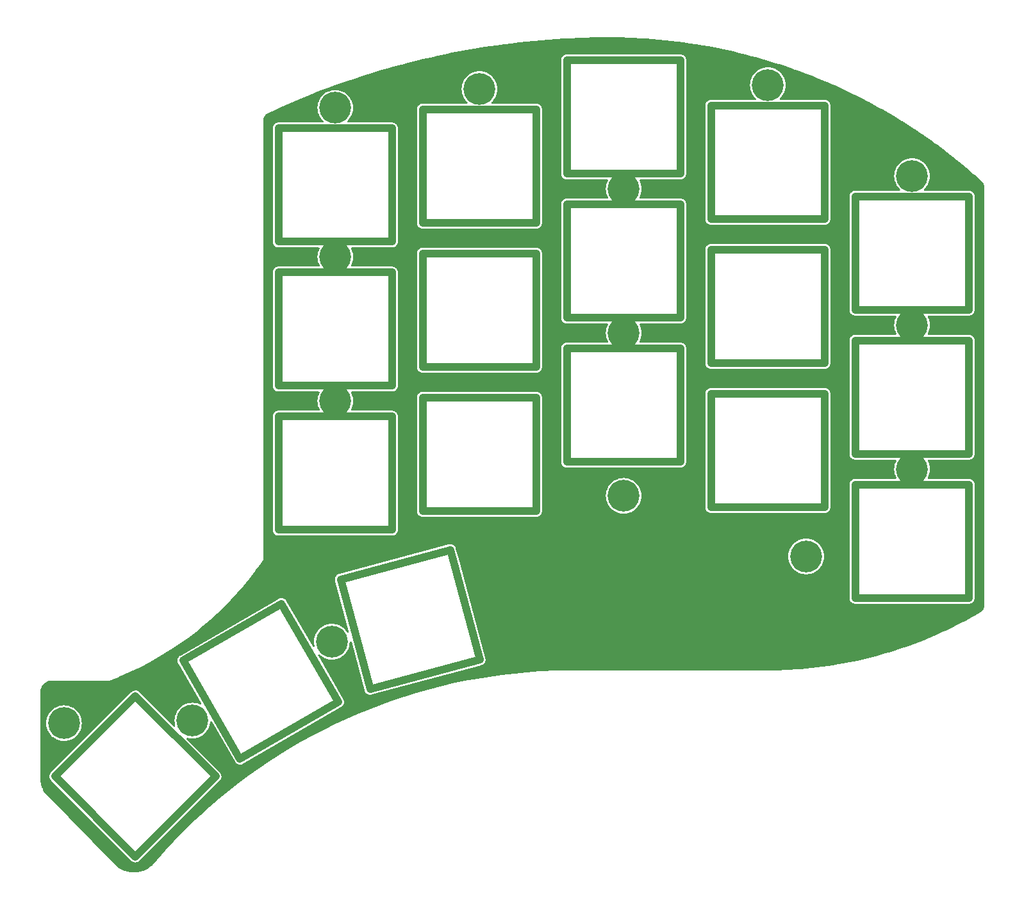
<source format=gbl>
%TF.GenerationSoftware,KiCad,Pcbnew,7.0.7-2.fc38*%
%TF.CreationDate,2023-10-05T15:24:59+05:30*%
%TF.ProjectId,top_plate_niz,746f705f-706c-4617-9465-5f6e697a2e6b,rev?*%
%TF.SameCoordinates,Original*%
%TF.FileFunction,Copper,L2,Bot*%
%TF.FilePolarity,Positive*%
%FSLAX46Y46*%
G04 Gerber Fmt 4.6, Leading zero omitted, Abs format (unit mm)*
G04 Created by KiCad (PCBNEW 7.0.7-2.fc38) date 2023-10-05 15:24:59*
%MOMM*%
%LPD*%
G01*
G04 APERTURE LIST*
%TA.AperFunction,EtchedComponent*%
%ADD10C,1.000000*%
%TD*%
%TA.AperFunction,ComponentPad*%
%ADD11C,4.200000*%
%TD*%
G04 APERTURE END LIST*
D10*
%TO.C,SW111*%
X133406339Y-100460495D02*
X148406339Y-100460495D01*
X148406339Y-100460495D02*
X148406339Y-85460495D01*
X148406339Y-85460495D02*
X133406339Y-85460495D01*
X133406339Y-85460495D02*
X133406339Y-100460495D01*
%TO.C,SW103*%
X95306345Y-44359995D02*
X110306345Y-44359995D01*
X110306345Y-44359995D02*
X110306345Y-29359995D01*
X110306345Y-29359995D02*
X95306345Y-29359995D01*
X95306345Y-29359995D02*
X95306345Y-44359995D01*
%TO.C,SW105*%
X57206339Y-53359993D02*
X72206339Y-53359993D01*
X72206339Y-53359993D02*
X72206339Y-38359993D01*
X72206339Y-38359993D02*
X57206339Y-38359993D01*
X57206339Y-38359993D02*
X57206339Y-53359993D01*
%TO.C,SW104*%
X76256340Y-50860003D02*
X91256340Y-50860003D01*
X91256340Y-50860003D02*
X91256340Y-35860003D01*
X91256340Y-35860003D02*
X76256340Y-35860003D01*
X76256340Y-35860003D02*
X76256340Y-50860003D01*
%TO.C,SW116*%
X48902979Y-124047384D02*
X38296377Y-134653986D01*
X38296377Y-134653986D02*
X27689775Y-124047384D01*
X27689775Y-124047384D02*
X38296377Y-113440782D01*
X38296377Y-113440782D02*
X48902979Y-124047384D01*
%TO.C,SW114*%
X76256343Y-88959993D02*
X91256343Y-88959993D01*
X91256343Y-88959993D02*
X91256343Y-73959993D01*
X91256343Y-73959993D02*
X76256343Y-73959993D01*
X76256343Y-73959993D02*
X76256343Y-88959993D01*
%TO.C,SW107*%
X114356339Y-69410496D02*
X129356339Y-69410496D01*
X129356339Y-69410496D02*
X129356339Y-54410496D01*
X129356339Y-54410496D02*
X114356339Y-54410496D01*
X114356339Y-54410496D02*
X114356339Y-69410496D01*
%TO.C,SW102*%
X114356343Y-50360499D02*
X129356343Y-50360499D01*
X129356343Y-50360499D02*
X129356343Y-35360499D01*
X129356343Y-35360499D02*
X114356343Y-35360499D01*
X114356343Y-35360499D02*
X114356343Y-50360499D01*
%TO.C,SW118*%
X83788884Y-108603996D02*
X69299996Y-112486282D01*
X69299996Y-112486282D02*
X65417710Y-97997394D01*
X65417710Y-97997394D02*
X79906598Y-94115108D01*
X79906598Y-94115108D02*
X83788884Y-108603996D01*
%TO.C,SW109*%
X76256338Y-69909992D02*
X91256338Y-69909992D01*
X91256338Y-69909992D02*
X91256338Y-54909992D01*
X91256338Y-54909992D02*
X76256338Y-54909992D01*
X76256338Y-54909992D02*
X76256338Y-69909992D01*
%TO.C,SW112*%
X114356338Y-88460495D02*
X129356338Y-88460495D01*
X129356338Y-88460495D02*
X129356338Y-73460495D01*
X129356338Y-73460495D02*
X114356338Y-73460495D01*
X114356338Y-73460495D02*
X114356338Y-88460495D01*
%TO.C,SW117*%
X65101568Y-114225575D02*
X52111187Y-121725575D01*
X52111187Y-121725575D02*
X44611186Y-108735193D01*
X44611186Y-108735193D02*
X57601567Y-101235193D01*
X57601567Y-101235193D02*
X65101568Y-114225575D01*
%TO.C,SW108*%
X95306341Y-63409999D02*
X110306341Y-63409999D01*
X110306341Y-63409999D02*
X110306341Y-48409999D01*
X110306341Y-48409999D02*
X95306341Y-48409999D01*
X95306341Y-48409999D02*
X95306341Y-63409999D01*
%TO.C,SW106*%
X133406336Y-81410494D02*
X148406336Y-81410494D01*
X148406336Y-81410494D02*
X148406336Y-66410494D01*
X148406336Y-66410494D02*
X133406336Y-66410494D01*
X133406336Y-66410494D02*
X133406336Y-81410494D01*
%TO.C,SW101*%
X133406348Y-62360496D02*
X148406348Y-62360496D01*
X148406348Y-62360496D02*
X148406348Y-47360496D01*
X148406348Y-47360496D02*
X133406348Y-47360496D01*
X133406348Y-47360496D02*
X133406348Y-62360496D01*
%TO.C,SW115*%
X57206339Y-91459995D02*
X72206339Y-91459995D01*
X72206339Y-91459995D02*
X72206339Y-76459995D01*
X72206339Y-76459995D02*
X57206339Y-76459995D01*
X57206339Y-76459995D02*
X57206339Y-91459995D01*
%TO.C,SW113*%
X95306340Y-82459989D02*
X110306340Y-82459989D01*
X110306340Y-82459989D02*
X110306340Y-67459989D01*
X110306340Y-67459989D02*
X95306340Y-67459989D01*
X95306340Y-67459989D02*
X95306340Y-82459989D01*
%TO.C,SW110*%
X57206340Y-72409997D02*
X72206340Y-72409997D01*
X72206340Y-72409997D02*
X72206340Y-57409997D01*
X72206340Y-57409997D02*
X57206340Y-57409997D01*
X57206340Y-57409997D02*
X57206340Y-72409997D01*
%TD*%
D11*
%TO.P,H103,*%
%TO.N,*%
X140906339Y-83435489D03*
%TD*%
%TO.P,H102,*%
%TO.N,*%
X140906350Y-64385490D03*
%TD*%
%TO.P,H18,*%
%TO.N,*%
X45829990Y-116671093D03*
%TD*%
%TO.P,H110,*%
%TO.N,*%
X64706339Y-35666056D03*
%TD*%
%TO.P,H108,*%
%TO.N,*%
X102806338Y-86959989D03*
%TD*%
%TO.P,H105,*%
%TO.N,*%
X126906338Y-94960499D03*
%TD*%
%TO.P,H112,*%
%TO.N,*%
X64706342Y-74434994D03*
%TD*%
%TO.P,H113,*%
%TO.N,*%
X64247990Y-106243093D03*
%TD*%
%TO.P,H104,*%
%TO.N,*%
X121856340Y-32666056D03*
%TD*%
%TO.P,H107,*%
%TO.N,*%
X102806347Y-65434996D03*
%TD*%
%TO.P,H114,*%
%TO.N,*%
X28851834Y-117014598D03*
%TD*%
%TO.P,H101,*%
%TO.N,*%
X140906345Y-44666058D03*
%TD*%
%TO.P,H109,*%
%TO.N,*%
X83756337Y-33166058D03*
%TD*%
%TO.P,H111,*%
%TO.N,*%
X64706336Y-55384996D03*
%TD*%
%TO.P,H106,*%
%TO.N,*%
X102806346Y-46384994D03*
%TD*%
%TA.AperFunction,Conductor*%
%TO.N,GND_R*%
G36*
X102235705Y-26351014D02*
G01*
X102447710Y-26353453D01*
X103500515Y-26388696D01*
X104109971Y-26409737D01*
X105082138Y-26464014D01*
X105770457Y-26503646D01*
X106707588Y-26576968D01*
X107428450Y-26635140D01*
X108345094Y-26727474D01*
X109082895Y-26804132D01*
X109985818Y-26915482D01*
X110733135Y-27010552D01*
X111625495Y-27140869D01*
X112274104Y-27238594D01*
X112378201Y-27254278D01*
X113261751Y-27403509D01*
X114017307Y-27535189D01*
X114893238Y-27703312D01*
X115649562Y-27853131D01*
X116518397Y-28040079D01*
X117274199Y-28207951D01*
X118136183Y-28413646D01*
X118890252Y-28599434D01*
X119745772Y-28823871D01*
X120322715Y-28980181D01*
X120497006Y-29027401D01*
X121345943Y-29270476D01*
X121924089Y-29441482D01*
X122093626Y-29491628D01*
X122935782Y-29753224D01*
X123679236Y-29991855D01*
X124453289Y-30251368D01*
X124514723Y-30271965D01*
X125132664Y-30486111D01*
X125252926Y-30527787D01*
X125516154Y-30622621D01*
X126081650Y-30826353D01*
X126814070Y-31099201D01*
X127635771Y-31416119D01*
X128361721Y-31705744D01*
X128374070Y-31710826D01*
X129176271Y-32040964D01*
X129895130Y-32347112D01*
X130232694Y-32494923D01*
X130702309Y-32700556D01*
X131413421Y-33022926D01*
X132213137Y-33394577D01*
X132403305Y-33486117D01*
X132915794Y-33732811D01*
X133707992Y-34122687D01*
X134401448Y-34476368D01*
X134998045Y-34786700D01*
X135185964Y-34884450D01*
X135869530Y-35253142D01*
X136646443Y-35679553D01*
X137060185Y-35915157D01*
X137319278Y-36062696D01*
X138088549Y-36507526D01*
X138749686Y-36904421D01*
X139511590Y-37367973D01*
X139633004Y-37444714D01*
X140159902Y-37777747D01*
X140914826Y-38260450D01*
X141548710Y-38681819D01*
X141913014Y-38926375D01*
X142297501Y-39184481D01*
X142915208Y-39615909D01*
X143658921Y-40139599D01*
X143971060Y-40368469D01*
X144257259Y-40578320D01*
X144998417Y-41125344D01*
X145571758Y-41566369D01*
X146315258Y-42141177D01*
X146851973Y-42574042D01*
X147123855Y-42794100D01*
X147608810Y-43186617D01*
X148074907Y-43580563D01*
X148878345Y-44261073D01*
X149038155Y-44402574D01*
X149210579Y-44555351D01*
X150104428Y-45347352D01*
X150108907Y-45351739D01*
X150123183Y-45367197D01*
X150217467Y-45473607D01*
X150223948Y-45480921D01*
X150235043Y-45495442D01*
X150267762Y-45545394D01*
X150269805Y-45548736D01*
X150325964Y-45647339D01*
X150328897Y-45653172D01*
X150356845Y-45716758D01*
X150359159Y-45722863D01*
X150393824Y-45830900D01*
X150394905Y-45834665D01*
X150409588Y-45892573D01*
X150412782Y-45910552D01*
X150428351Y-46060775D01*
X150430224Y-46083416D01*
X150430439Y-46088613D01*
X150430440Y-60218140D01*
X150430442Y-60218150D01*
X150430442Y-65245959D01*
X150430440Y-81165957D01*
X150430440Y-81165958D01*
X150430439Y-86245958D01*
X150430439Y-86245959D01*
X150430446Y-101482975D01*
X150430220Y-101488306D01*
X150427965Y-101514873D01*
X150413208Y-101659522D01*
X150409809Y-101678421D01*
X150394281Y-101738184D01*
X150393397Y-101741263D01*
X150360586Y-101845460D01*
X150357921Y-101852448D01*
X150327915Y-101918973D01*
X150325515Y-101923743D01*
X150274700Y-102014913D01*
X150271905Y-102019463D01*
X150231108Y-102079970D01*
X150226568Y-102085910D01*
X150155210Y-102168615D01*
X150153056Y-102170987D01*
X150110387Y-102215634D01*
X150096100Y-102228466D01*
X149980847Y-102317086D01*
X149960227Y-102332391D01*
X149954098Y-102336410D01*
X149268665Y-102730877D01*
X148726727Y-103042308D01*
X148052550Y-103407762D01*
X147460928Y-103727002D01*
X146995939Y-103963941D01*
X146801241Y-104063151D01*
X146787409Y-104070199D01*
X146177729Y-104378423D01*
X145499803Y-104702385D01*
X144877989Y-104996135D01*
X144194259Y-105301730D01*
X143562612Y-105579713D01*
X142872714Y-105867212D01*
X142232448Y-106128779D01*
X141536459Y-106398222D01*
X140888465Y-106642936D01*
X140186382Y-106894370D01*
X139531609Y-107121828D01*
X138823703Y-107355181D01*
X138162717Y-107565162D01*
X137449312Y-107780344D01*
X136782811Y-107972611D01*
X136064273Y-108169521D01*
X135392740Y-108343928D01*
X134669412Y-108522473D01*
X133993663Y-108678810D01*
X133265766Y-108838930D01*
X132586438Y-108977067D01*
X131854265Y-109118678D01*
X131172135Y-109238482D01*
X130435938Y-109361509D01*
X129751804Y-109462886D01*
X129011699Y-109567263D01*
X128326604Y-109650125D01*
X127582591Y-109735789D01*
X126897876Y-109800079D01*
X126149532Y-109866978D01*
X125467787Y-109912635D01*
X124713514Y-109960737D01*
X124041722Y-109987706D01*
X123275468Y-110017001D01*
X122658564Y-110025253D01*
X121855241Y-110035487D01*
X95846698Y-110035149D01*
X95845999Y-110034943D01*
X95798295Y-110035133D01*
X94967189Y-110037793D01*
X94967190Y-110037794D01*
X94049329Y-110061632D01*
X94015857Y-110062130D01*
X94014159Y-110062545D01*
X93313809Y-110080735D01*
X93313810Y-110080735D01*
X92345606Y-110127952D01*
X92339831Y-110128173D01*
X92339556Y-110128247D01*
X91661837Y-110161299D01*
X90012125Y-110279442D01*
X88365529Y-110435105D01*
X86722903Y-110628206D01*
X85085098Y-110858646D01*
X83452962Y-111126304D01*
X81827342Y-111431043D01*
X80209078Y-111772704D01*
X78599011Y-112151110D01*
X76997974Y-112566066D01*
X75406797Y-113017356D01*
X73826304Y-113504747D01*
X72257314Y-114027985D01*
X70700640Y-114586800D01*
X69157089Y-115180903D01*
X67627460Y-115809985D01*
X66112546Y-116473720D01*
X64613133Y-117171765D01*
X63129996Y-117903758D01*
X61663905Y-118669319D01*
X60215618Y-119468052D01*
X58785887Y-120299543D01*
X57375453Y-121163362D01*
X55985045Y-122059060D01*
X54615385Y-122986173D01*
X53267183Y-123944222D01*
X51941136Y-124932709D01*
X50637932Y-125951123D01*
X49358246Y-126998936D01*
X48102741Y-128075605D01*
X46872068Y-129180572D01*
X45666864Y-130313264D01*
X44487753Y-131473095D01*
X43335349Y-132659464D01*
X42873800Y-133156780D01*
X42873612Y-133156891D01*
X42869647Y-133161254D01*
X42210246Y-133871755D01*
X41745296Y-134396186D01*
X41744157Y-134396899D01*
X41721793Y-134422696D01*
X41113028Y-135109342D01*
X40584623Y-135733400D01*
X40571760Y-135746518D01*
X40472413Y-135834052D01*
X40309114Y-135976912D01*
X40304398Y-135980656D01*
X40165350Y-136080593D01*
X40010368Y-136189507D01*
X40005670Y-136192507D01*
X39852592Y-136280989D01*
X39691443Y-136370370D01*
X39686861Y-136372673D01*
X39523592Y-136446568D01*
X39355694Y-136517600D01*
X39351318Y-136519263D01*
X39180266Y-136577076D01*
X39006630Y-136629662D01*
X39002537Y-136630753D01*
X38825803Y-136671546D01*
X38647915Y-136705372D01*
X38644172Y-136705968D01*
X38465176Y-136728960D01*
X38462294Y-136729263D01*
X38283309Y-136743927D01*
X38279971Y-136744111D01*
X38099482Y-136749288D01*
X38096137Y-136749295D01*
X37916618Y-136744911D01*
X37913723Y-136744774D01*
X37733675Y-136732074D01*
X37729904Y-136731694D01*
X37550398Y-136708120D01*
X37371598Y-136677519D01*
X37367449Y-136676664D01*
X37191103Y-136634117D01*
X37017018Y-136586201D01*
X37012553Y-136584792D01*
X36840869Y-136523500D01*
X36673609Y-136459072D01*
X36668902Y-136457035D01*
X36577926Y-136413193D01*
X36502891Y-136377032D01*
X36345004Y-136297472D01*
X36340142Y-136294746D01*
X36179185Y-136194899D01*
X36034623Y-136103083D01*
X36029701Y-136099616D01*
X35973417Y-136055808D01*
X35858856Y-135966640D01*
X35750279Y-135881511D01*
X35744149Y-135876021D01*
X26310209Y-126247194D01*
X26289604Y-126219364D01*
X26271322Y-126185855D01*
X26116408Y-125895766D01*
X26114203Y-125891204D01*
X26055280Y-125755563D01*
X25965134Y-125531756D01*
X25963793Y-125528100D01*
X25932629Y-125434106D01*
X25913078Y-125375135D01*
X25912249Y-125372435D01*
X25849778Y-125151290D01*
X25849072Y-125148556D01*
X25836036Y-125093004D01*
X25812251Y-124991642D01*
X25811486Y-124987849D01*
X25771209Y-124749959D01*
X25750447Y-124603502D01*
X25749946Y-124598531D01*
X25730164Y-124269933D01*
X25727415Y-124216241D01*
X25727334Y-124213045D01*
X25727334Y-124025292D01*
X26930460Y-124025292D01*
X26936071Y-124089446D01*
X26936284Y-124093102D01*
X26938159Y-124157481D01*
X26938159Y-124157485D01*
X26941046Y-124168258D01*
X26944858Y-124189875D01*
X26945831Y-124200992D01*
X26945831Y-124200994D01*
X26966091Y-124262137D01*
X26967142Y-124265647D01*
X26983808Y-124327845D01*
X26983809Y-124327849D01*
X26989105Y-124337671D01*
X26997800Y-124357827D01*
X27001309Y-124368416D01*
X27001310Y-124368419D01*
X27035115Y-124423226D01*
X27036947Y-124426399D01*
X27067516Y-124483090D01*
X27067518Y-124483093D01*
X27074933Y-124491426D01*
X27088044Y-124509037D01*
X27093905Y-124518538D01*
X27139460Y-124564093D01*
X27141955Y-124566738D01*
X27184772Y-124614851D01*
X27193911Y-124621250D01*
X27210733Y-124635366D01*
X37746063Y-135170696D01*
X37748557Y-135173340D01*
X37791374Y-135221453D01*
X37791375Y-135221454D01*
X37844127Y-135258390D01*
X37847059Y-135260573D01*
X37897584Y-135300524D01*
X37897585Y-135300525D01*
X37907699Y-135305241D01*
X37926723Y-135316224D01*
X37935854Y-135322618D01*
X37977373Y-135339112D01*
X37995688Y-135346389D01*
X37999052Y-135347840D01*
X38025025Y-135359951D01*
X38057437Y-135375065D01*
X38068364Y-135377321D01*
X38089397Y-135383617D01*
X38099769Y-135387738D01*
X38163510Y-135397074D01*
X38167100Y-135397708D01*
X38230170Y-135410731D01*
X38241322Y-135410406D01*
X38263242Y-135411684D01*
X38268004Y-135412381D01*
X38274283Y-135413301D01*
X38323216Y-135409019D01*
X38338456Y-135407687D01*
X38342115Y-135407474D01*
X38360255Y-135406945D01*
X38406473Y-135405601D01*
X38417243Y-135402714D01*
X38438870Y-135398901D01*
X38449989Y-135397929D01*
X38511169Y-135377655D01*
X38514644Y-135376616D01*
X38576839Y-135359951D01*
X38586652Y-135354658D01*
X38606821Y-135345959D01*
X38617413Y-135342450D01*
X38672251Y-135308624D01*
X38675382Y-135306815D01*
X38732086Y-135276243D01*
X38740417Y-135268828D01*
X38758030Y-135255715D01*
X38767531Y-135249856D01*
X38813095Y-135204290D01*
X38815721Y-135201813D01*
X38863844Y-135158989D01*
X38870243Y-135149848D01*
X38884357Y-135133028D01*
X49419705Y-124597680D01*
X49422313Y-124595219D01*
X49470446Y-124552387D01*
X49507391Y-124499621D01*
X49509570Y-124496696D01*
X49513742Y-124491420D01*
X49549518Y-124446176D01*
X49554236Y-124436055D01*
X49565221Y-124417033D01*
X49571607Y-124407912D01*
X49571611Y-124407907D01*
X49595394Y-124348039D01*
X49596808Y-124344758D01*
X49624058Y-124286324D01*
X49626315Y-124275389D01*
X49632615Y-124254352D01*
X49636729Y-124243998D01*
X49636729Y-124243996D01*
X49636731Y-124243992D01*
X49646065Y-124180259D01*
X49646699Y-124176667D01*
X49648436Y-124168258D01*
X49659724Y-124113591D01*
X49659399Y-124102442D01*
X49660676Y-124080510D01*
X49662293Y-124069477D01*
X49657461Y-124014247D01*
X49656680Y-124005312D01*
X49656467Y-124001653D01*
X49655871Y-123981174D01*
X49654594Y-123937288D01*
X49651708Y-123926520D01*
X49647894Y-123904889D01*
X49646922Y-123893772D01*
X49626654Y-123832609D01*
X49625612Y-123829125D01*
X49608945Y-123766926D01*
X49608944Y-123766922D01*
X49603649Y-123757103D01*
X49594951Y-123736936D01*
X49591443Y-123726348D01*
X49557625Y-123671521D01*
X49555797Y-123668355D01*
X49553395Y-123663901D01*
X49525236Y-123611675D01*
X49517817Y-123603338D01*
X49504703Y-123585721D01*
X49498851Y-123576233D01*
X49498847Y-123576228D01*
X49498846Y-123576227D01*
X49453290Y-123530671D01*
X49450792Y-123528023D01*
X49423224Y-123497045D01*
X49407982Y-123479917D01*
X49398842Y-123473517D01*
X49382018Y-123459399D01*
X45076942Y-119154323D01*
X45042916Y-119092011D01*
X45047981Y-119021196D01*
X45090528Y-118964360D01*
X45157048Y-118939549D01*
X45206539Y-118945915D01*
X45219293Y-118950245D01*
X45480954Y-119002293D01*
X45521996Y-119010457D01*
X45521998Y-119010457D01*
X45522007Y-119010459D01*
X45685824Y-119021196D01*
X45829987Y-119030645D01*
X45829990Y-119030645D01*
X45829993Y-119030645D01*
X45945483Y-119023075D01*
X46137973Y-119010459D01*
X46440687Y-118950245D01*
X46732951Y-118851035D01*
X46917494Y-118760028D01*
X47009763Y-118714527D01*
X47077421Y-118669319D01*
X47266394Y-118543051D01*
X47498445Y-118339548D01*
X47701948Y-118107497D01*
X47873422Y-117850869D01*
X47873422Y-117850868D01*
X47873424Y-117850866D01*
X47918925Y-117758597D01*
X48009932Y-117574054D01*
X48109142Y-117281790D01*
X48169356Y-116979076D01*
X48175855Y-116879909D01*
X48200269Y-116813244D01*
X48256850Y-116770360D01*
X48327635Y-116764873D01*
X48390148Y-116798527D01*
X48410704Y-116825151D01*
X51445875Y-122082222D01*
X51447615Y-122085448D01*
X51476519Y-122143001D01*
X51517922Y-122192343D01*
X51520193Y-122195215D01*
X51558648Y-122246869D01*
X51558649Y-122246870D01*
X51567192Y-122254038D01*
X51582723Y-122269569D01*
X51589893Y-122278114D01*
X51641564Y-122316581D01*
X51644403Y-122318826D01*
X51676772Y-122345987D01*
X51693757Y-122360240D01*
X51693760Y-122360242D01*
X51703730Y-122365249D01*
X51722423Y-122376779D01*
X51731369Y-122383439D01*
X51790518Y-122408952D01*
X51793816Y-122410491D01*
X51851376Y-122439399D01*
X51862230Y-122441971D01*
X51883079Y-122448879D01*
X51893321Y-122453298D01*
X51956769Y-122464485D01*
X51960315Y-122465218D01*
X52022999Y-122480075D01*
X52034150Y-122480074D01*
X52056031Y-122481988D01*
X52067018Y-122483926D01*
X52067019Y-122483925D01*
X52067020Y-122483926D01*
X52131316Y-122480181D01*
X52134981Y-122480074D01*
X52199370Y-122480074D01*
X52199376Y-122480074D01*
X52210236Y-122477499D01*
X52231957Y-122474318D01*
X52243096Y-122473670D01*
X52304841Y-122455184D01*
X52308314Y-122454253D01*
X52370998Y-122439398D01*
X52380961Y-122434393D01*
X52401371Y-122426285D01*
X52412064Y-122423085D01*
X52467888Y-122390853D01*
X52471054Y-122389147D01*
X52528614Y-122360241D01*
X52537158Y-122353070D01*
X52555139Y-122340479D01*
X65458267Y-114890855D01*
X65461432Y-114889149D01*
X65518995Y-114860241D01*
X65568340Y-114818834D01*
X65571167Y-114816598D01*
X65622862Y-114778114D01*
X65630035Y-114769564D01*
X65645566Y-114754034D01*
X65654107Y-114746868D01*
X65692561Y-114695213D01*
X65694830Y-114692345D01*
X65709191Y-114675231D01*
X65736235Y-114643002D01*
X65741240Y-114633033D01*
X65752775Y-114614333D01*
X65759432Y-114605393D01*
X65784946Y-114546243D01*
X65786470Y-114542973D01*
X65815393Y-114485386D01*
X65817967Y-114474521D01*
X65824876Y-114453674D01*
X65829291Y-114443441D01*
X65840478Y-114379996D01*
X65841214Y-114376436D01*
X65845323Y-114359099D01*
X65856068Y-114313763D01*
X65856067Y-114302610D01*
X65857983Y-114280721D01*
X65859919Y-114269745D01*
X65859919Y-114269742D01*
X65856174Y-114205445D01*
X65856067Y-114201780D01*
X65856067Y-114137387D01*
X65856067Y-114137386D01*
X65853493Y-114126528D01*
X65850311Y-114104800D01*
X65849663Y-114093666D01*
X65846919Y-114084503D01*
X65831192Y-114031967D01*
X65830243Y-114028426D01*
X65827614Y-114017337D01*
X65815392Y-113965764D01*
X65810384Y-113955793D01*
X65802277Y-113935384D01*
X65799078Y-113924698D01*
X65766871Y-113868914D01*
X65765138Y-113865698D01*
X65736233Y-113808145D01*
X65729064Y-113799602D01*
X65716467Y-113781612D01*
X62450357Y-108124544D01*
X62433620Y-108055552D01*
X62456840Y-107988460D01*
X62512648Y-107944573D01*
X62583323Y-107937824D01*
X62642554Y-107966815D01*
X62667236Y-107988460D01*
X62809565Y-108113279D01*
X62811584Y-108115049D01*
X62811590Y-108115054D01*
X63068216Y-108286527D01*
X63207828Y-108355375D01*
X63345029Y-108423035D01*
X63637293Y-108522245D01*
X63898954Y-108574293D01*
X63939996Y-108582457D01*
X63939998Y-108582457D01*
X63940007Y-108582459D01*
X64115997Y-108593993D01*
X64247987Y-108602645D01*
X64247990Y-108602645D01*
X64247993Y-108602645D01*
X64363483Y-108595075D01*
X64555973Y-108582459D01*
X64858687Y-108522245D01*
X65150951Y-108423035D01*
X65344178Y-108327746D01*
X65427763Y-108286527D01*
X65472510Y-108256628D01*
X65684394Y-108115051D01*
X65916445Y-107911548D01*
X66119948Y-107679497D01*
X66291422Y-107422869D01*
X66291422Y-107422868D01*
X66291424Y-107422866D01*
X66366970Y-107269673D01*
X66427932Y-107146054D01*
X66527142Y-106853790D01*
X66587356Y-106551076D01*
X66604498Y-106289531D01*
X66628912Y-106222866D01*
X66685494Y-106179981D01*
X66756278Y-106174495D01*
X66818792Y-106208149D01*
X66851935Y-106265162D01*
X68565047Y-112658584D01*
X68565892Y-112662150D01*
X68578915Y-112725219D01*
X68606134Y-112783590D01*
X68607585Y-112786954D01*
X68631363Y-112846806D01*
X68637762Y-112855945D01*
X68648742Y-112874963D01*
X68653456Y-112885071D01*
X68653457Y-112885073D01*
X68658816Y-112891850D01*
X68693394Y-112935582D01*
X68695583Y-112938522D01*
X68732529Y-112991286D01*
X68740863Y-112998703D01*
X68755934Y-113014677D01*
X68762852Y-113023426D01*
X68813380Y-113063377D01*
X68816173Y-113065721D01*
X68864283Y-113108538D01*
X68874107Y-113113835D01*
X68892457Y-113125904D01*
X68901205Y-113132821D01*
X68901206Y-113132822D01*
X68918639Y-113140951D01*
X68959597Y-113160050D01*
X68962839Y-113161679D01*
X69019526Y-113192244D01*
X69019530Y-113192246D01*
X69019534Y-113192248D01*
X69030312Y-113195135D01*
X69050948Y-113202647D01*
X69061056Y-113207361D01*
X69124145Y-113220386D01*
X69127670Y-113221222D01*
X69189901Y-113237898D01*
X69201060Y-113238222D01*
X69222865Y-113240771D01*
X69233789Y-113243027D01*
X69298175Y-113241153D01*
X69301817Y-113241153D01*
X69366203Y-113243027D01*
X69377119Y-113240772D01*
X69398931Y-113238222D01*
X69410092Y-113237898D01*
X69472333Y-113221219D01*
X69475844Y-113220387D01*
X69538936Y-113207361D01*
X69549045Y-113202646D01*
X69569671Y-113195138D01*
X83961200Y-109338939D01*
X83964724Y-109338103D01*
X84027824Y-109325075D01*
X84086225Y-109297840D01*
X84089528Y-109296416D01*
X84149408Y-109272629D01*
X84158545Y-109266230D01*
X84177571Y-109255246D01*
X84187675Y-109250535D01*
X84238194Y-109210589D01*
X84241122Y-109208409D01*
X84293887Y-109171464D01*
X84301302Y-109163131D01*
X84317273Y-109148061D01*
X84326028Y-109141140D01*
X84365995Y-109090590D01*
X84368301Y-109087842D01*
X84411142Y-109039705D01*
X84416436Y-109029885D01*
X84428504Y-109011536D01*
X84435423Y-109002787D01*
X84462646Y-108944405D01*
X84464273Y-108941164D01*
X84494850Y-108884458D01*
X84497737Y-108873681D01*
X84505250Y-108853040D01*
X84509963Y-108842936D01*
X84522992Y-108779828D01*
X84523818Y-108776344D01*
X84540500Y-108714091D01*
X84540824Y-108702930D01*
X84543375Y-108681119D01*
X84545628Y-108670207D01*
X84545629Y-108670203D01*
X84543755Y-108605815D01*
X84543755Y-108602162D01*
X84544018Y-108593123D01*
X84545629Y-108537789D01*
X84543373Y-108526865D01*
X84540824Y-108505060D01*
X84540500Y-108493900D01*
X84523824Y-108431666D01*
X84522984Y-108428119D01*
X84509963Y-108365058D01*
X84509963Y-108365056D01*
X84505248Y-108354944D01*
X84497741Y-108334322D01*
X80914236Y-94960502D01*
X124546786Y-94960502D01*
X124566971Y-95268477D01*
X124566973Y-95268492D01*
X124627186Y-95571194D01*
X124627188Y-95571204D01*
X124726393Y-95863452D01*
X124726399Y-95863466D01*
X124862903Y-96140272D01*
X125034376Y-96396898D01*
X125034381Y-96396904D01*
X125237882Y-96628954D01*
X125469932Y-96832455D01*
X125469938Y-96832460D01*
X125726564Y-97003933D01*
X125906241Y-97092539D01*
X126003377Y-97140441D01*
X126295641Y-97239651D01*
X126557302Y-97291699D01*
X126598344Y-97299863D01*
X126598346Y-97299863D01*
X126598355Y-97299865D01*
X126774345Y-97311399D01*
X126906335Y-97320051D01*
X126906338Y-97320051D01*
X126906341Y-97320051D01*
X127021831Y-97312481D01*
X127214321Y-97299865D01*
X127517035Y-97239651D01*
X127809299Y-97140441D01*
X127993842Y-97049434D01*
X128086111Y-97003933D01*
X128213289Y-96918955D01*
X128342742Y-96832457D01*
X128574793Y-96628954D01*
X128778296Y-96396903D01*
X128949770Y-96140275D01*
X128949770Y-96140274D01*
X128949772Y-96140272D01*
X128995273Y-96048003D01*
X129086280Y-95863460D01*
X129185490Y-95571196D01*
X129245704Y-95268482D01*
X129265890Y-94960499D01*
X129245704Y-94652516D01*
X129185490Y-94349802D01*
X129086280Y-94057538D01*
X129028825Y-93941031D01*
X128949772Y-93780725D01*
X128778299Y-93524099D01*
X128778294Y-93524093D01*
X128750897Y-93492853D01*
X128677484Y-93409141D01*
X128574793Y-93292043D01*
X128342743Y-93088542D01*
X128342737Y-93088537D01*
X128086111Y-92917064D01*
X127809305Y-92780560D01*
X127809299Y-92780557D01*
X127809294Y-92780555D01*
X127809291Y-92780554D01*
X127517043Y-92681349D01*
X127517037Y-92681347D01*
X127517035Y-92681347D01*
X127430208Y-92664075D01*
X127214331Y-92621134D01*
X127214316Y-92621132D01*
X126906341Y-92600947D01*
X126906335Y-92600947D01*
X126598359Y-92621132D01*
X126598344Y-92621134D01*
X126339054Y-92672711D01*
X126295641Y-92681347D01*
X126295639Y-92681347D01*
X126295632Y-92681349D01*
X126003384Y-92780554D01*
X126003370Y-92780560D01*
X125726564Y-92917064D01*
X125469938Y-93088537D01*
X125469932Y-93088542D01*
X125237882Y-93292043D01*
X125034381Y-93524093D01*
X125034376Y-93524099D01*
X124862903Y-93780725D01*
X124726399Y-94057531D01*
X124726393Y-94057545D01*
X124627188Y-94349793D01*
X124627186Y-94349803D01*
X124566973Y-94652505D01*
X124566971Y-94652520D01*
X124546786Y-94960495D01*
X124546786Y-94960502D01*
X80914236Y-94960502D01*
X80641541Y-93942790D01*
X80640698Y-93939229D01*
X80627677Y-93876169D01*
X80600458Y-93817796D01*
X80599006Y-93814430D01*
X80575231Y-93754585D01*
X80568831Y-93745446D01*
X80557847Y-93726419D01*
X80553137Y-93716317D01*
X80513190Y-93665796D01*
X80511028Y-93662893D01*
X80474066Y-93610105D01*
X80465727Y-93602684D01*
X80450661Y-93586714D01*
X80443743Y-93577965D01*
X80443742Y-93577964D01*
X80393212Y-93538011D01*
X80390421Y-93535668D01*
X80342311Y-93492853D01*
X80342301Y-93492846D01*
X80332481Y-93487551D01*
X80314137Y-93475486D01*
X80305389Y-93468569D01*
X80305387Y-93468568D01*
X80305388Y-93468568D01*
X80247020Y-93441350D01*
X80243746Y-93439706D01*
X80187062Y-93409143D01*
X80187057Y-93409141D01*
X80176287Y-93406255D01*
X80155648Y-93398743D01*
X80145539Y-93394029D01*
X80145541Y-93394029D01*
X80082465Y-93381005D01*
X80078899Y-93380160D01*
X80016690Y-93363492D01*
X80016690Y-93363491D01*
X80005528Y-93363166D01*
X79983740Y-93360620D01*
X79976656Y-93359158D01*
X79972805Y-93358363D01*
X79972804Y-93358363D01*
X79908422Y-93360235D01*
X79904759Y-93360235D01*
X79849558Y-93358629D01*
X79840391Y-93358363D01*
X79840390Y-93358363D01*
X79840387Y-93358363D01*
X79829462Y-93360618D01*
X79807670Y-93363165D01*
X79796506Y-93363490D01*
X79796501Y-93363491D01*
X79734286Y-93380161D01*
X79730722Y-93381006D01*
X79667660Y-93394028D01*
X79667653Y-93394030D01*
X79657543Y-93398744D01*
X79636914Y-93406252D01*
X65245406Y-97262445D01*
X65241841Y-97263290D01*
X65178779Y-97276312D01*
X65178770Y-97276315D01*
X65120394Y-97303534D01*
X65117031Y-97304985D01*
X65057187Y-97328760D01*
X65057186Y-97328761D01*
X65048045Y-97335162D01*
X65029032Y-97346139D01*
X65018920Y-97350854D01*
X65018912Y-97350859D01*
X64968399Y-97390799D01*
X64965460Y-97392987D01*
X64912707Y-97429925D01*
X64905286Y-97438264D01*
X64889318Y-97453329D01*
X64880568Y-97460247D01*
X64880565Y-97460251D01*
X64840621Y-97510768D01*
X64838266Y-97513575D01*
X64795449Y-97561687D01*
X64790154Y-97571509D01*
X64778093Y-97589848D01*
X64771168Y-97598606D01*
X64743951Y-97656970D01*
X64742308Y-97660243D01*
X64711745Y-97716927D01*
X64711741Y-97716938D01*
X64708853Y-97727715D01*
X64701348Y-97748335D01*
X64696631Y-97758451D01*
X64683606Y-97821531D01*
X64682761Y-97825096D01*
X64666094Y-97887301D01*
X64666093Y-97887303D01*
X64665768Y-97898462D01*
X64663221Y-97920252D01*
X64660965Y-97931182D01*
X64662837Y-97995568D01*
X64662837Y-97999231D01*
X64660965Y-98063600D01*
X64663221Y-98074531D01*
X64665767Y-98096320D01*
X64666092Y-98107485D01*
X64666093Y-98107487D01*
X64682764Y-98169708D01*
X64683609Y-98173273D01*
X64696631Y-98236336D01*
X64701345Y-98246446D01*
X64708854Y-98267077D01*
X66492037Y-104922007D01*
X66490347Y-104992983D01*
X66450553Y-105051779D01*
X66385289Y-105079727D01*
X66315275Y-105067954D01*
X66265565Y-105024620D01*
X66197001Y-104922007D01*
X66119948Y-104806689D01*
X66028476Y-104702385D01*
X65916445Y-104574637D01*
X65684395Y-104371136D01*
X65684389Y-104371131D01*
X65427763Y-104199658D01*
X65150957Y-104063154D01*
X65150951Y-104063151D01*
X65150946Y-104063149D01*
X65150943Y-104063148D01*
X64858695Y-103963943D01*
X64858689Y-103963941D01*
X64858687Y-103963941D01*
X64771860Y-103946669D01*
X64555983Y-103903728D01*
X64555968Y-103903726D01*
X64247993Y-103883541D01*
X64247987Y-103883541D01*
X63940011Y-103903726D01*
X63939996Y-103903728D01*
X63680706Y-103955305D01*
X63637293Y-103963941D01*
X63637291Y-103963941D01*
X63637284Y-103963943D01*
X63345036Y-104063148D01*
X63345022Y-104063154D01*
X63068216Y-104199658D01*
X62811590Y-104371131D01*
X62811584Y-104371136D01*
X62579534Y-104574637D01*
X62376033Y-104806687D01*
X62376028Y-104806693D01*
X62204555Y-105063319D01*
X62068051Y-105340125D01*
X62068045Y-105340139D01*
X61968840Y-105632387D01*
X61968838Y-105632397D01*
X61908625Y-105935099D01*
X61908623Y-105935114D01*
X61888438Y-106243089D01*
X61888438Y-106243096D01*
X61908623Y-106551071D01*
X61908626Y-106551089D01*
X61952484Y-106771578D01*
X61946156Y-106842292D01*
X61902601Y-106898359D01*
X61835649Y-106921978D01*
X61766555Y-106905651D01*
X61719787Y-106859160D01*
X58266859Y-100878512D01*
X58265145Y-100875334D01*
X58236234Y-100817766D01*
X58194833Y-100768426D01*
X58192564Y-100765557D01*
X58154106Y-100713899D01*
X58154105Y-100713898D01*
X58152293Y-100712378D01*
X58145561Y-100706729D01*
X58130030Y-100691198D01*
X58122862Y-100682655D01*
X58122860Y-100682653D01*
X58071202Y-100644195D01*
X58068326Y-100641921D01*
X58018994Y-100600526D01*
X58018992Y-100600525D01*
X58018990Y-100600523D01*
X58009017Y-100595514D01*
X57990327Y-100583986D01*
X57981385Y-100577328D01*
X57922257Y-100551823D01*
X57918937Y-100550275D01*
X57915767Y-100548683D01*
X57861378Y-100521368D01*
X57861374Y-100521367D01*
X57850514Y-100518793D01*
X57829668Y-100511885D01*
X57819433Y-100507470D01*
X57819431Y-100507469D01*
X57756024Y-100496288D01*
X57752447Y-100495550D01*
X57714035Y-100486447D01*
X57689756Y-100480693D01*
X57689755Y-100480693D01*
X57678601Y-100480693D01*
X57656723Y-100478779D01*
X57645739Y-100476842D01*
X57645730Y-100476841D01*
X57581438Y-100480586D01*
X57577775Y-100480693D01*
X57513381Y-100480693D01*
X57513374Y-100480694D01*
X57502518Y-100483267D01*
X57480806Y-100486447D01*
X57469669Y-100487096D01*
X57469660Y-100487097D01*
X57469658Y-100487098D01*
X57407948Y-100505571D01*
X57404423Y-100506516D01*
X57389550Y-100510041D01*
X57341753Y-100521369D01*
X57331779Y-100526378D01*
X57311384Y-100534480D01*
X57300696Y-100537680D01*
X57300690Y-100537683D01*
X57244910Y-100569885D01*
X57241686Y-100571624D01*
X57184139Y-100600526D01*
X57184137Y-100600527D01*
X57175589Y-100607700D01*
X57157604Y-100620292D01*
X44254530Y-108069885D01*
X44251304Y-108071625D01*
X44193760Y-108100524D01*
X44193755Y-108100528D01*
X44144420Y-108141924D01*
X44141547Y-108144196D01*
X44089895Y-108182650D01*
X44089891Y-108182654D01*
X44082717Y-108191204D01*
X44067197Y-108206724D01*
X44058647Y-108213898D01*
X44058643Y-108213902D01*
X44020190Y-108265553D01*
X44017918Y-108268427D01*
X43976523Y-108317758D01*
X43976519Y-108317764D01*
X43971506Y-108327746D01*
X43959985Y-108346422D01*
X43953324Y-108355370D01*
X43927812Y-108414509D01*
X43926264Y-108417829D01*
X43897363Y-108475376D01*
X43897359Y-108475386D01*
X43894785Y-108486247D01*
X43887882Y-108507080D01*
X43883464Y-108517322D01*
X43883462Y-108517331D01*
X43872280Y-108580739D01*
X43871540Y-108584325D01*
X43856686Y-108647001D01*
X43856686Y-108658159D01*
X43854772Y-108680036D01*
X43852835Y-108691019D01*
X43852835Y-108691024D01*
X43856579Y-108755321D01*
X43856686Y-108758984D01*
X43856686Y-108823379D01*
X43856687Y-108823382D01*
X43859259Y-108834234D01*
X43862442Y-108855961D01*
X43863091Y-108867102D01*
X43863091Y-108867103D01*
X43881559Y-108928792D01*
X43882507Y-108932330D01*
X43897361Y-108995000D01*
X43897365Y-108995011D01*
X43902370Y-109004978D01*
X43910473Y-109025375D01*
X43913674Y-109036066D01*
X43913675Y-109036068D01*
X43945874Y-109091840D01*
X43947613Y-109095065D01*
X43976519Y-109152620D01*
X43983689Y-109161165D01*
X43996287Y-109179157D01*
X46986928Y-114359099D01*
X47003666Y-114428094D01*
X46980446Y-114495186D01*
X46924638Y-114539073D01*
X46853963Y-114545822D01*
X46822081Y-114535105D01*
X46732957Y-114491154D01*
X46732951Y-114491151D01*
X46732946Y-114491149D01*
X46732943Y-114491148D01*
X46440695Y-114391943D01*
X46440689Y-114391941D01*
X46440687Y-114391941D01*
X46353860Y-114374669D01*
X46137983Y-114331728D01*
X46137968Y-114331726D01*
X45829993Y-114311541D01*
X45829987Y-114311541D01*
X45522011Y-114331726D01*
X45521996Y-114331728D01*
X45279193Y-114380026D01*
X45219293Y-114391941D01*
X45219291Y-114391941D01*
X45219284Y-114391943D01*
X44927036Y-114491148D01*
X44927022Y-114491154D01*
X44650216Y-114627658D01*
X44393590Y-114799131D01*
X44393584Y-114799136D01*
X44161534Y-115002637D01*
X43958033Y-115234687D01*
X43958028Y-115234693D01*
X43786555Y-115491319D01*
X43650051Y-115768125D01*
X43650045Y-115768139D01*
X43550840Y-116060387D01*
X43550838Y-116060397D01*
X43490625Y-116363099D01*
X43490623Y-116363114D01*
X43470438Y-116671089D01*
X43470438Y-116671096D01*
X43490623Y-116979071D01*
X43490625Y-116979086D01*
X43550838Y-117281788D01*
X43550839Y-117281794D01*
X43555168Y-117294546D01*
X43558123Y-117365481D01*
X43522258Y-117426753D01*
X43458961Y-117458908D01*
X43388327Y-117451738D01*
X43346759Y-117424140D01*
X41103522Y-115180903D01*
X38846688Y-112924069D01*
X38844190Y-112921421D01*
X38816630Y-112890452D01*
X38801380Y-112873315D01*
X38748634Y-112836382D01*
X38745693Y-112834193D01*
X38695168Y-112794243D01*
X38695161Y-112794239D01*
X38685054Y-112789526D01*
X38666033Y-112778545D01*
X38656900Y-112772150D01*
X38656895Y-112772147D01*
X38597069Y-112748380D01*
X38593705Y-112746929D01*
X38559429Y-112730946D01*
X38535317Y-112719703D01*
X38535314Y-112719702D01*
X38535311Y-112719701D01*
X38524381Y-112717444D01*
X38503353Y-112711148D01*
X38492986Y-112707030D01*
X38492982Y-112707029D01*
X38429267Y-112697696D01*
X38425668Y-112697061D01*
X38406147Y-112693031D01*
X38362586Y-112684036D01*
X38362577Y-112684035D01*
X38351417Y-112684360D01*
X38329507Y-112683084D01*
X38318470Y-112681468D01*
X38254324Y-112687078D01*
X38250668Y-112687291D01*
X38186280Y-112689166D01*
X38186279Y-112689166D01*
X38175497Y-112692055D01*
X38153877Y-112695866D01*
X38142772Y-112696837D01*
X38142761Y-112696840D01*
X38081626Y-112717097D01*
X38078116Y-112718148D01*
X38015917Y-112734814D01*
X38015909Y-112734818D01*
X38006084Y-112740115D01*
X37985935Y-112748806D01*
X37975345Y-112752315D01*
X37975344Y-112752316D01*
X37920522Y-112786129D01*
X37917351Y-112787959D01*
X37860668Y-112818524D01*
X37860667Y-112818525D01*
X37852330Y-112825944D01*
X37834728Y-112839047D01*
X37825227Y-112844908D01*
X37825225Y-112844909D01*
X37779681Y-112890452D01*
X37777016Y-112892966D01*
X37728912Y-112935775D01*
X37728909Y-112935779D01*
X37722509Y-112944919D01*
X37708395Y-112961738D01*
X27173089Y-123497045D01*
X27170424Y-123499559D01*
X27122314Y-123542374D01*
X27122304Y-123542385D01*
X27085371Y-123595131D01*
X27083183Y-123598070D01*
X27043235Y-123648594D01*
X27043232Y-123648599D01*
X27038516Y-123658712D01*
X27027541Y-123677721D01*
X27021147Y-123686852D01*
X27021140Y-123686866D01*
X26997371Y-123746697D01*
X26995920Y-123750061D01*
X26968696Y-123808442D01*
X26968695Y-123808446D01*
X26966438Y-123819375D01*
X26960144Y-123840398D01*
X26956026Y-123850764D01*
X26956021Y-123850781D01*
X26946688Y-123914499D01*
X26946052Y-123918107D01*
X26933029Y-123981174D01*
X26933029Y-123981181D01*
X26933353Y-123992334D01*
X26932077Y-124014247D01*
X26930460Y-124025286D01*
X26930460Y-124025292D01*
X25727334Y-124025292D01*
X25727334Y-117014601D01*
X26492282Y-117014601D01*
X26512467Y-117322576D01*
X26512469Y-117322591D01*
X26521001Y-117365481D01*
X26562489Y-117574054D01*
X26572682Y-117625293D01*
X26572684Y-117625303D01*
X26671889Y-117917551D01*
X26671895Y-117917565D01*
X26808399Y-118194371D01*
X26979872Y-118450997D01*
X26979877Y-118451003D01*
X27183378Y-118683053D01*
X27364586Y-118841967D01*
X27374921Y-118851031D01*
X27415428Y-118886554D01*
X27415434Y-118886559D01*
X27672060Y-119058032D01*
X27851737Y-119146638D01*
X27948873Y-119194540D01*
X28241137Y-119293750D01*
X28502798Y-119345798D01*
X28543840Y-119353962D01*
X28543842Y-119353962D01*
X28543851Y-119353964D01*
X28719841Y-119365498D01*
X28851831Y-119374150D01*
X28851834Y-119374150D01*
X28851837Y-119374150D01*
X28967327Y-119366580D01*
X29159817Y-119353964D01*
X29462531Y-119293750D01*
X29754795Y-119194540D01*
X29939338Y-119103533D01*
X30031607Y-119058032D01*
X30102808Y-119010457D01*
X30288238Y-118886556D01*
X30520289Y-118683053D01*
X30723792Y-118451002D01*
X30895266Y-118194374D01*
X30895266Y-118194373D01*
X30895268Y-118194371D01*
X30940769Y-118102102D01*
X31031776Y-117917559D01*
X31130986Y-117625295D01*
X31191200Y-117322581D01*
X31211386Y-117014598D01*
X31209058Y-116979086D01*
X31191200Y-116706619D01*
X31191200Y-116706615D01*
X31130986Y-116403901D01*
X31031776Y-116111637D01*
X30983874Y-116014501D01*
X30895268Y-115834824D01*
X30723795Y-115578198D01*
X30723790Y-115578192D01*
X30520289Y-115346142D01*
X30288239Y-115142641D01*
X30288233Y-115142636D01*
X30031607Y-114971163D01*
X29754801Y-114834659D01*
X29754795Y-114834656D01*
X29754790Y-114834654D01*
X29754787Y-114834653D01*
X29462539Y-114735448D01*
X29462533Y-114735446D01*
X29462531Y-114735446D01*
X29375704Y-114718174D01*
X29159827Y-114675233D01*
X29159812Y-114675231D01*
X28851837Y-114655046D01*
X28851831Y-114655046D01*
X28543855Y-114675231D01*
X28543840Y-114675233D01*
X28284550Y-114726810D01*
X28241137Y-114735446D01*
X28241135Y-114735446D01*
X28241128Y-114735448D01*
X27948880Y-114834653D01*
X27948866Y-114834659D01*
X27672060Y-114971163D01*
X27415434Y-115142636D01*
X27415428Y-115142641D01*
X27183378Y-115346142D01*
X26979877Y-115578192D01*
X26979872Y-115578198D01*
X26808399Y-115834824D01*
X26671895Y-116111630D01*
X26671889Y-116111644D01*
X26572684Y-116403892D01*
X26572682Y-116403902D01*
X26512469Y-116706604D01*
X26512467Y-116706619D01*
X26492282Y-117014594D01*
X26492282Y-117014601D01*
X25727334Y-117014601D01*
X25727334Y-112891850D01*
X25727495Y-112887353D01*
X25731887Y-112825944D01*
X25732427Y-112818384D01*
X25734324Y-112794243D01*
X25744120Y-112669531D01*
X25745364Y-112661090D01*
X25766650Y-112563243D01*
X25794729Y-112446291D01*
X25796944Y-112439038D01*
X25833829Y-112340146D01*
X25878132Y-112233192D01*
X25881035Y-112227122D01*
X25932005Y-112133779D01*
X25933532Y-112131142D01*
X25992493Y-112034928D01*
X25995761Y-112030113D01*
X26060009Y-111944288D01*
X26062479Y-111941202D01*
X26135290Y-111855952D01*
X26138606Y-111852365D01*
X26214591Y-111776382D01*
X26218179Y-111773066D01*
X26303447Y-111700242D01*
X26306490Y-111697807D01*
X26392354Y-111633531D01*
X26397148Y-111630278D01*
X26493357Y-111571323D01*
X26495973Y-111569808D01*
X26589374Y-111518809D01*
X26595409Y-111515922D01*
X26702372Y-111471618D01*
X26801257Y-111434739D01*
X26808562Y-111432509D01*
X26925453Y-111404447D01*
X27023358Y-111383151D01*
X27031760Y-111381913D01*
X27177166Y-111370472D01*
X27250104Y-111365257D01*
X27254589Y-111365098D01*
X27336480Y-111365098D01*
X27336515Y-111365094D01*
X34874687Y-111364886D01*
X34892375Y-111368669D01*
X34892525Y-111368613D01*
X34895313Y-111367811D01*
X34902585Y-111364787D01*
X35486187Y-111143488D01*
X35527822Y-111126304D01*
X36156401Y-110866871D01*
X36191049Y-110853128D01*
X36193035Y-110851752D01*
X36640393Y-110667115D01*
X37780295Y-110157461D01*
X38904932Y-109614953D01*
X40013358Y-109040048D01*
X41104640Y-108433232D01*
X42177859Y-107795013D01*
X43232113Y-107125929D01*
X44266513Y-106426544D01*
X45280190Y-105697446D01*
X46272289Y-104939249D01*
X47241977Y-104152592D01*
X48188434Y-103338135D01*
X49110868Y-102496565D01*
X50008499Y-101628590D01*
X50880574Y-100734941D01*
X51726358Y-99816369D01*
X52545139Y-98873649D01*
X53336227Y-97907573D01*
X54098958Y-96918955D01*
X54309565Y-96628954D01*
X54383315Y-96527401D01*
X54384782Y-96526269D01*
X54406619Y-96495313D01*
X54832688Y-95908627D01*
X55177824Y-95403198D01*
X55186094Y-95393268D01*
X55184845Y-95379858D01*
X55184821Y-94960502D01*
X55183775Y-76504159D01*
X56447987Y-76504159D01*
X56447988Y-76504164D01*
X56449925Y-76515149D01*
X56451839Y-76537028D01*
X56451839Y-91436210D01*
X56451732Y-91439874D01*
X56447988Y-91504158D01*
X56447988Y-91504164D01*
X56459170Y-91567585D01*
X56459701Y-91571210D01*
X56467178Y-91635179D01*
X56467179Y-91635181D01*
X56470994Y-91645662D01*
X56476678Y-91666871D01*
X56478616Y-91677862D01*
X56504122Y-91736993D01*
X56505474Y-91740397D01*
X56527501Y-91800914D01*
X56527507Y-91800926D01*
X56533634Y-91810242D01*
X56544053Y-91829564D01*
X56548474Y-91839812D01*
X56586925Y-91891461D01*
X56589027Y-91894463D01*
X56624424Y-91948280D01*
X56624426Y-91948283D01*
X56632537Y-91955935D01*
X56647137Y-91972340D01*
X56653799Y-91981288D01*
X56653799Y-91981289D01*
X56680835Y-92003974D01*
X56703141Y-92022692D01*
X56705866Y-92025117D01*
X56752712Y-92069314D01*
X56752714Y-92069315D01*
X56752716Y-92069317D01*
X56762375Y-92074894D01*
X56780360Y-92087486D01*
X56788912Y-92094662D01*
X56846483Y-92123574D01*
X56849675Y-92125295D01*
X56905463Y-92157505D01*
X56916149Y-92160704D01*
X56936553Y-92168809D01*
X56946528Y-92173819D01*
X56989568Y-92184019D01*
X57009201Y-92188673D01*
X57012741Y-92189622D01*
X57043237Y-92198751D01*
X57074427Y-92208089D01*
X57074426Y-92208089D01*
X57074430Y-92208090D01*
X57085564Y-92208738D01*
X57107284Y-92211919D01*
X57118151Y-92214495D01*
X57182556Y-92214495D01*
X57186220Y-92214602D01*
X57216594Y-92216370D01*
X57250508Y-92218346D01*
X57259568Y-92216748D01*
X57261494Y-92216409D01*
X57283372Y-92214495D01*
X72182556Y-92214495D01*
X72186220Y-92214602D01*
X72215225Y-92216290D01*
X72250508Y-92218346D01*
X72309301Y-92207978D01*
X72313938Y-92207161D01*
X72317566Y-92206630D01*
X72381523Y-92199155D01*
X72391999Y-92195341D01*
X72413224Y-92189654D01*
X72415625Y-92189230D01*
X72424205Y-92187718D01*
X72483353Y-92162203D01*
X72486721Y-92160865D01*
X72547263Y-92138831D01*
X72556584Y-92132700D01*
X72575914Y-92122276D01*
X72586157Y-92117859D01*
X72637836Y-92079384D01*
X72640801Y-92077310D01*
X72694619Y-92041913D01*
X72694624Y-92041910D01*
X72702277Y-92033796D01*
X72718689Y-92019191D01*
X72727633Y-92012534D01*
X72769049Y-91963175D01*
X72771451Y-91960476D01*
X72815661Y-91913618D01*
X72821237Y-91903958D01*
X72833833Y-91885969D01*
X72841006Y-91877422D01*
X72869929Y-91819827D01*
X72871619Y-91816692D01*
X72903849Y-91760871D01*
X72907048Y-91750182D01*
X72915157Y-91729772D01*
X72920163Y-91719806D01*
X72935018Y-91657124D01*
X72935958Y-91653615D01*
X72954434Y-91591904D01*
X72955082Y-91580770D01*
X72958265Y-91559039D01*
X72960839Y-91548183D01*
X72960839Y-91483778D01*
X72960946Y-91480114D01*
X72964690Y-91415826D01*
X72964689Y-91415821D01*
X72962753Y-91404838D01*
X72960839Y-91382961D01*
X72960839Y-76483778D01*
X72960946Y-76480114D01*
X72964690Y-76415826D01*
X72953505Y-76352394D01*
X72952974Y-76348766D01*
X72945499Y-76284813D01*
X72945499Y-76284811D01*
X72941682Y-76274326D01*
X72935998Y-76253116D01*
X72934062Y-76242129D01*
X72908560Y-76183009D01*
X72907208Y-76179607D01*
X72885174Y-76119069D01*
X72879044Y-76109749D01*
X72868621Y-76090418D01*
X72864205Y-76080181D01*
X72864204Y-76080179D01*
X72864203Y-76080177D01*
X72841576Y-76049784D01*
X72825745Y-76028518D01*
X72823644Y-76025517D01*
X72811052Y-76006372D01*
X72788254Y-75971710D01*
X72780138Y-75964053D01*
X72765534Y-75947642D01*
X72758879Y-75938702D01*
X72758878Y-75938701D01*
X72709539Y-75897300D01*
X72706810Y-75894871D01*
X72659959Y-75850670D01*
X72650296Y-75845091D01*
X72632313Y-75832499D01*
X72623769Y-75825330D01*
X72623761Y-75825325D01*
X72568773Y-75797710D01*
X72566197Y-75796416D01*
X72562982Y-75794682D01*
X72507215Y-75762485D01*
X72507214Y-75762484D01*
X72496530Y-75759286D01*
X72476120Y-75751178D01*
X72466151Y-75746171D01*
X72466146Y-75746170D01*
X72453802Y-75743244D01*
X72403476Y-75731316D01*
X72399950Y-75730371D01*
X72389016Y-75727098D01*
X72338251Y-75711900D01*
X72338237Y-75711898D01*
X72327102Y-75711249D01*
X72305390Y-75708069D01*
X72294527Y-75705495D01*
X72230122Y-75705495D01*
X72226458Y-75705388D01*
X72162175Y-75701644D01*
X72162167Y-75701644D01*
X72151184Y-75703581D01*
X72129306Y-75705495D01*
X66907658Y-75705495D01*
X66839537Y-75685493D01*
X66793044Y-75631837D01*
X66782940Y-75561563D01*
X66794652Y-75523767D01*
X66815338Y-75481817D01*
X66886284Y-75337955D01*
X66985494Y-75045691D01*
X67045708Y-74742977D01*
X67065894Y-74434994D01*
X67045708Y-74127011D01*
X67021271Y-74004157D01*
X75497991Y-74004157D01*
X75497992Y-74004162D01*
X75499929Y-74015147D01*
X75501843Y-74037026D01*
X75501843Y-88936208D01*
X75501736Y-88939872D01*
X75497992Y-89004156D01*
X75497992Y-89004162D01*
X75509174Y-89067583D01*
X75509705Y-89071208D01*
X75517182Y-89135177D01*
X75517183Y-89135179D01*
X75520998Y-89145660D01*
X75526682Y-89166869D01*
X75528620Y-89177860D01*
X75554126Y-89236991D01*
X75555478Y-89240395D01*
X75577505Y-89300912D01*
X75577511Y-89300924D01*
X75583638Y-89310240D01*
X75594057Y-89329562D01*
X75598478Y-89339810D01*
X75636929Y-89391459D01*
X75639031Y-89394461D01*
X75674428Y-89448278D01*
X75674430Y-89448281D01*
X75682541Y-89455933D01*
X75697141Y-89472338D01*
X75703803Y-89481286D01*
X75703803Y-89481287D01*
X75730839Y-89503972D01*
X75753145Y-89522690D01*
X75755870Y-89525115D01*
X75802716Y-89569312D01*
X75802718Y-89569313D01*
X75802720Y-89569315D01*
X75812379Y-89574892D01*
X75830364Y-89587484D01*
X75838916Y-89594660D01*
X75896487Y-89623572D01*
X75899679Y-89625293D01*
X75955467Y-89657503D01*
X75966153Y-89660702D01*
X75986557Y-89668807D01*
X75996532Y-89673817D01*
X76039572Y-89684017D01*
X76059205Y-89688671D01*
X76062745Y-89689620D01*
X76093241Y-89698749D01*
X76124431Y-89708087D01*
X76124430Y-89708087D01*
X76124434Y-89708088D01*
X76135568Y-89708736D01*
X76157288Y-89711917D01*
X76168155Y-89714493D01*
X76232560Y-89714493D01*
X76236224Y-89714600D01*
X76266598Y-89716368D01*
X76300512Y-89718344D01*
X76309572Y-89716746D01*
X76311498Y-89716407D01*
X76333376Y-89714493D01*
X91232560Y-89714493D01*
X91236224Y-89714600D01*
X91265229Y-89716288D01*
X91300512Y-89718344D01*
X91359305Y-89707976D01*
X91363942Y-89707159D01*
X91367570Y-89706628D01*
X91431527Y-89699153D01*
X91442003Y-89695339D01*
X91463228Y-89689652D01*
X91465629Y-89689228D01*
X91474209Y-89687716D01*
X91533357Y-89662201D01*
X91536725Y-89660863D01*
X91597267Y-89638829D01*
X91606588Y-89632698D01*
X91625918Y-89622274D01*
X91636161Y-89617857D01*
X91687840Y-89579382D01*
X91690805Y-89577308D01*
X91744623Y-89541911D01*
X91744628Y-89541908D01*
X91752281Y-89533794D01*
X91768693Y-89519189D01*
X91777637Y-89512532D01*
X91819053Y-89463173D01*
X91821455Y-89460474D01*
X91865665Y-89413616D01*
X91871241Y-89403956D01*
X91883837Y-89385967D01*
X91891010Y-89377420D01*
X91919933Y-89319825D01*
X91921623Y-89316690D01*
X91953853Y-89260869D01*
X91957052Y-89250180D01*
X91965161Y-89229770D01*
X91970167Y-89219804D01*
X91985022Y-89157122D01*
X91985962Y-89153613D01*
X91999354Y-89108882D01*
X92004437Y-89091906D01*
X92004437Y-89091905D01*
X92004438Y-89091902D01*
X92005086Y-89080768D01*
X92008269Y-89059037D01*
X92010843Y-89048181D01*
X92010843Y-88983776D01*
X92010950Y-88980112D01*
X92014694Y-88915824D01*
X92014693Y-88915819D01*
X92012757Y-88904836D01*
X92010843Y-88882959D01*
X92010843Y-86959992D01*
X100446786Y-86959992D01*
X100466971Y-87267967D01*
X100466973Y-87267982D01*
X100527186Y-87570684D01*
X100527188Y-87570694D01*
X100626393Y-87862942D01*
X100626399Y-87862956D01*
X100762903Y-88139762D01*
X100934376Y-88396388D01*
X100934381Y-88396394D01*
X101137882Y-88628444D01*
X101289456Y-88761370D01*
X101353030Y-88817123D01*
X101369932Y-88831945D01*
X101369938Y-88831950D01*
X101626564Y-89003423D01*
X101783684Y-89080905D01*
X101903377Y-89139931D01*
X102135851Y-89218845D01*
X102194247Y-89238668D01*
X102195641Y-89239141D01*
X102457302Y-89291189D01*
X102498344Y-89299353D01*
X102498346Y-89299353D01*
X102498355Y-89299355D01*
X102664430Y-89310240D01*
X102806335Y-89319541D01*
X102806338Y-89319541D01*
X102806341Y-89319541D01*
X102921831Y-89311971D01*
X103114321Y-89299355D01*
X103417035Y-89239141D01*
X103709299Y-89139931D01*
X103946047Y-89023180D01*
X103986111Y-89003423D01*
X104020998Y-88980112D01*
X104242742Y-88831947D01*
X104474793Y-88628444D01*
X104678296Y-88396393D01*
X104849770Y-88139765D01*
X104849770Y-88139764D01*
X104849772Y-88139762D01*
X104895273Y-88047493D01*
X104986280Y-87862950D01*
X105085490Y-87570686D01*
X105145704Y-87267972D01*
X105165890Y-86959989D01*
X105145704Y-86652006D01*
X105085490Y-86349292D01*
X104986280Y-86057028D01*
X104938378Y-85959892D01*
X104849772Y-85780215D01*
X104678299Y-85523589D01*
X104678294Y-85523583D01*
X104474793Y-85291533D01*
X104242743Y-85088032D01*
X104242737Y-85088027D01*
X103986111Y-84916554D01*
X103709305Y-84780050D01*
X103709299Y-84780047D01*
X103709294Y-84780045D01*
X103709291Y-84780044D01*
X103417043Y-84680839D01*
X103417037Y-84680837D01*
X103417035Y-84680837D01*
X103330208Y-84663565D01*
X103114331Y-84620624D01*
X103114316Y-84620622D01*
X102806341Y-84600437D01*
X102806335Y-84600437D01*
X102498359Y-84620622D01*
X102498344Y-84620624D01*
X102239054Y-84672201D01*
X102195641Y-84680837D01*
X102195639Y-84680837D01*
X102195632Y-84680839D01*
X101903384Y-84780044D01*
X101903370Y-84780050D01*
X101626564Y-84916554D01*
X101369938Y-85088027D01*
X101369932Y-85088032D01*
X101137882Y-85291533D01*
X100934381Y-85523583D01*
X100934376Y-85523589D01*
X100762903Y-85780215D01*
X100626399Y-86057021D01*
X100626393Y-86057035D01*
X100527188Y-86349283D01*
X100527186Y-86349293D01*
X100466973Y-86651995D01*
X100466971Y-86652010D01*
X100446786Y-86959985D01*
X100446786Y-86959992D01*
X92010843Y-86959992D01*
X92010843Y-73983776D01*
X92010950Y-73980112D01*
X92014694Y-73915824D01*
X92003509Y-73852392D01*
X92002978Y-73848764D01*
X91995503Y-73784811D01*
X91995503Y-73784809D01*
X91991686Y-73774324D01*
X91986002Y-73753114D01*
X91984066Y-73742127D01*
X91958564Y-73683007D01*
X91957212Y-73679605D01*
X91935178Y-73619067D01*
X91929048Y-73609747D01*
X91918625Y-73590416D01*
X91914209Y-73580179D01*
X91914208Y-73580177D01*
X91914207Y-73580175D01*
X91891580Y-73549782D01*
X91875749Y-73528516D01*
X91873648Y-73525515D01*
X91861056Y-73506370D01*
X91838258Y-73471708D01*
X91830142Y-73464051D01*
X91815538Y-73447640D01*
X91808883Y-73438700D01*
X91808702Y-73438548D01*
X91759543Y-73397298D01*
X91756814Y-73394869D01*
X91709963Y-73350668D01*
X91700300Y-73345089D01*
X91682317Y-73332497D01*
X91673773Y-73325328D01*
X91673765Y-73325323D01*
X91618777Y-73297708D01*
X91616201Y-73296414D01*
X91612986Y-73294680D01*
X91557219Y-73262483D01*
X91557218Y-73262482D01*
X91546534Y-73259284D01*
X91526124Y-73251176D01*
X91516155Y-73246169D01*
X91516150Y-73246168D01*
X91482342Y-73238155D01*
X91453480Y-73231314D01*
X91449954Y-73230369D01*
X91439020Y-73227096D01*
X91388255Y-73211898D01*
X91388241Y-73211896D01*
X91377106Y-73211247D01*
X91355394Y-73208067D01*
X91344531Y-73205493D01*
X91280126Y-73205493D01*
X91276462Y-73205386D01*
X91212179Y-73201642D01*
X91212171Y-73201642D01*
X91201188Y-73203579D01*
X91179310Y-73205493D01*
X76280126Y-73205493D01*
X76276462Y-73205386D01*
X76212179Y-73201642D01*
X76212171Y-73201642D01*
X76148751Y-73212824D01*
X76145126Y-73213355D01*
X76081159Y-73220833D01*
X76070671Y-73224650D01*
X76049466Y-73230332D01*
X76038477Y-73232270D01*
X76038475Y-73232270D01*
X76038473Y-73232271D01*
X75979348Y-73257774D01*
X75975944Y-73259126D01*
X75915418Y-73281156D01*
X75906087Y-73287293D01*
X75886770Y-73297708D01*
X75876531Y-73302124D01*
X75876525Y-73302128D01*
X75824868Y-73340585D01*
X75821867Y-73342686D01*
X75768056Y-73378078D01*
X75768055Y-73378079D01*
X75760400Y-73386194D01*
X75744000Y-73400788D01*
X75735058Y-73407445D01*
X75735047Y-73407455D01*
X75693657Y-73456781D01*
X75691222Y-73459517D01*
X75647020Y-73506370D01*
X75647019Y-73506371D01*
X75641437Y-73516039D01*
X75628852Y-73534012D01*
X75621675Y-73542566D01*
X75592768Y-73600124D01*
X75591029Y-73603348D01*
X75558833Y-73659116D01*
X75558832Y-73659119D01*
X75555631Y-73669810D01*
X75547527Y-73690209D01*
X75542520Y-73700179D01*
X75542518Y-73700184D01*
X75527663Y-73762858D01*
X75526715Y-73766394D01*
X75508246Y-73828089D01*
X75507598Y-73839220D01*
X75504417Y-73860938D01*
X75501843Y-73871797D01*
X75501842Y-73871805D01*
X75501843Y-73936208D01*
X75501736Y-73939872D01*
X75497991Y-74004157D01*
X67021271Y-74004157D01*
X66985494Y-73824297D01*
X66886284Y-73532033D01*
X66824849Y-73407455D01*
X66794654Y-73346225D01*
X66782464Y-73276283D01*
X66810023Y-73210853D01*
X66868582Y-73170710D01*
X66907660Y-73164497D01*
X72182557Y-73164497D01*
X72186221Y-73164604D01*
X72215226Y-73166292D01*
X72250509Y-73168348D01*
X72309302Y-73157980D01*
X72313939Y-73157163D01*
X72317567Y-73156632D01*
X72381524Y-73149157D01*
X72392000Y-73145343D01*
X72413225Y-73139656D01*
X72415626Y-73139232D01*
X72424206Y-73137720D01*
X72483354Y-73112205D01*
X72486722Y-73110867D01*
X72547264Y-73088833D01*
X72556585Y-73082702D01*
X72575915Y-73072278D01*
X72586158Y-73067861D01*
X72637837Y-73029386D01*
X72640802Y-73027312D01*
X72694620Y-72991915D01*
X72694625Y-72991912D01*
X72702278Y-72983798D01*
X72718690Y-72969193D01*
X72727634Y-72962536D01*
X72769050Y-72913177D01*
X72771452Y-72910478D01*
X72815662Y-72863620D01*
X72821238Y-72853960D01*
X72833834Y-72835971D01*
X72841007Y-72827424D01*
X72869930Y-72769829D01*
X72871620Y-72766694D01*
X72903850Y-72710873D01*
X72907049Y-72700184D01*
X72915158Y-72679774D01*
X72920164Y-72669808D01*
X72935019Y-72607126D01*
X72935959Y-72603617D01*
X72954435Y-72541906D01*
X72955083Y-72530772D01*
X72958266Y-72509041D01*
X72960840Y-72498185D01*
X72960840Y-72433780D01*
X72960947Y-72430116D01*
X72964691Y-72365828D01*
X72964690Y-72365823D01*
X72962754Y-72354840D01*
X72960840Y-72332963D01*
X72960840Y-57433780D01*
X72960947Y-57430116D01*
X72964691Y-57365828D01*
X72953506Y-57302396D01*
X72952975Y-57298768D01*
X72945500Y-57234815D01*
X72945500Y-57234813D01*
X72941683Y-57224328D01*
X72935999Y-57203118D01*
X72934063Y-57192131D01*
X72908561Y-57133011D01*
X72907209Y-57129609D01*
X72885175Y-57069071D01*
X72879045Y-57059751D01*
X72868622Y-57040420D01*
X72864206Y-57030183D01*
X72864205Y-57030181D01*
X72864204Y-57030179D01*
X72841577Y-56999786D01*
X72825746Y-56978520D01*
X72823645Y-56975519D01*
X72811053Y-56956374D01*
X72788255Y-56921712D01*
X72780139Y-56914055D01*
X72765535Y-56897644D01*
X72758880Y-56888704D01*
X72758879Y-56888703D01*
X72709540Y-56847302D01*
X72706811Y-56844873D01*
X72659960Y-56800672D01*
X72650297Y-56795093D01*
X72632314Y-56782501D01*
X72623770Y-56775332D01*
X72623762Y-56775327D01*
X72568774Y-56747712D01*
X72566198Y-56746418D01*
X72562983Y-56744684D01*
X72507216Y-56712487D01*
X72507215Y-56712486D01*
X72496531Y-56709288D01*
X72476121Y-56701180D01*
X72466152Y-56696173D01*
X72466147Y-56696172D01*
X72453803Y-56693246D01*
X72403477Y-56681318D01*
X72399951Y-56680373D01*
X72389017Y-56677100D01*
X72338252Y-56661902D01*
X72338238Y-56661900D01*
X72327103Y-56661251D01*
X72305391Y-56658071D01*
X72294528Y-56655497D01*
X72230123Y-56655497D01*
X72226459Y-56655390D01*
X72162176Y-56651646D01*
X72162168Y-56651646D01*
X72151185Y-56653583D01*
X72129307Y-56655497D01*
X66907652Y-56655497D01*
X66839531Y-56635495D01*
X66793038Y-56581839D01*
X66782934Y-56511565D01*
X66794646Y-56473769D01*
X66815332Y-56431819D01*
X66886278Y-56287957D01*
X66985488Y-55995693D01*
X67045702Y-55692979D01*
X67065888Y-55384996D01*
X67045702Y-55077013D01*
X67021264Y-54954156D01*
X75497986Y-54954156D01*
X75497987Y-54954161D01*
X75499924Y-54965146D01*
X75501838Y-54987025D01*
X75501838Y-69886207D01*
X75501731Y-69889871D01*
X75497987Y-69954155D01*
X75497987Y-69954161D01*
X75509169Y-70017582D01*
X75509700Y-70021207D01*
X75517177Y-70085176D01*
X75517178Y-70085178D01*
X75520993Y-70095659D01*
X75526677Y-70116868D01*
X75528615Y-70127859D01*
X75554121Y-70186990D01*
X75555473Y-70190394D01*
X75577500Y-70250911D01*
X75577506Y-70250923D01*
X75583633Y-70260239D01*
X75594052Y-70279561D01*
X75598473Y-70289809D01*
X75636924Y-70341458D01*
X75639026Y-70344460D01*
X75674423Y-70398277D01*
X75674425Y-70398280D01*
X75682536Y-70405932D01*
X75697136Y-70422337D01*
X75703798Y-70431285D01*
X75703798Y-70431286D01*
X75730834Y-70453971D01*
X75753140Y-70472689D01*
X75755865Y-70475114D01*
X75802711Y-70519311D01*
X75802713Y-70519312D01*
X75802715Y-70519314D01*
X75812374Y-70524891D01*
X75830359Y-70537483D01*
X75838911Y-70544659D01*
X75896482Y-70573571D01*
X75899674Y-70575292D01*
X75955462Y-70607502D01*
X75966148Y-70610701D01*
X75986552Y-70618806D01*
X75996527Y-70623816D01*
X76039567Y-70634016D01*
X76059200Y-70638670D01*
X76062740Y-70639619D01*
X76093236Y-70648748D01*
X76124426Y-70658086D01*
X76124425Y-70658086D01*
X76124429Y-70658087D01*
X76135563Y-70658735D01*
X76157283Y-70661916D01*
X76168150Y-70664492D01*
X76232555Y-70664492D01*
X76236219Y-70664599D01*
X76266593Y-70666367D01*
X76300507Y-70668343D01*
X76309567Y-70666745D01*
X76311493Y-70666406D01*
X76333371Y-70664492D01*
X91232555Y-70664492D01*
X91236219Y-70664599D01*
X91265224Y-70666287D01*
X91300507Y-70668343D01*
X91359300Y-70657975D01*
X91363937Y-70657158D01*
X91367565Y-70656627D01*
X91431522Y-70649152D01*
X91441998Y-70645338D01*
X91463223Y-70639651D01*
X91465624Y-70639227D01*
X91474204Y-70637715D01*
X91533352Y-70612200D01*
X91536720Y-70610862D01*
X91597262Y-70588828D01*
X91606583Y-70582697D01*
X91625913Y-70572273D01*
X91636156Y-70567856D01*
X91687835Y-70529381D01*
X91690800Y-70527307D01*
X91744618Y-70491910D01*
X91744623Y-70491907D01*
X91752276Y-70483793D01*
X91768688Y-70469188D01*
X91777632Y-70462531D01*
X91819048Y-70413172D01*
X91821450Y-70410473D01*
X91865660Y-70363615D01*
X91871236Y-70353955D01*
X91883832Y-70335966D01*
X91891005Y-70327419D01*
X91919928Y-70269824D01*
X91921618Y-70266689D01*
X91953848Y-70210868D01*
X91957047Y-70200179D01*
X91965156Y-70179769D01*
X91970162Y-70169803D01*
X91985017Y-70107121D01*
X91985957Y-70103612D01*
X92003456Y-70045165D01*
X92004432Y-70041905D01*
X92004432Y-70041904D01*
X92004433Y-70041901D01*
X92005081Y-70030767D01*
X92008264Y-70009036D01*
X92010838Y-69998180D01*
X92010838Y-69933774D01*
X92010945Y-69930111D01*
X92014689Y-69865823D01*
X92014688Y-69865818D01*
X92012752Y-69854835D01*
X92010838Y-69832958D01*
X92010838Y-67504153D01*
X94547988Y-67504153D01*
X94547989Y-67504158D01*
X94549926Y-67515143D01*
X94551840Y-67537022D01*
X94551840Y-82436204D01*
X94551733Y-82439868D01*
X94547989Y-82504152D01*
X94547989Y-82504158D01*
X94559171Y-82567579D01*
X94559702Y-82571204D01*
X94567179Y-82635173D01*
X94567180Y-82635175D01*
X94570995Y-82645656D01*
X94576679Y-82666865D01*
X94578617Y-82677856D01*
X94604123Y-82736987D01*
X94605475Y-82740391D01*
X94627502Y-82800908D01*
X94627508Y-82800920D01*
X94633635Y-82810236D01*
X94644054Y-82829558D01*
X94648475Y-82839806D01*
X94686926Y-82891455D01*
X94689028Y-82894457D01*
X94724425Y-82948274D01*
X94724427Y-82948277D01*
X94732538Y-82955929D01*
X94747138Y-82972334D01*
X94753800Y-82981282D01*
X94753800Y-82981283D01*
X94780836Y-83003968D01*
X94803142Y-83022686D01*
X94805867Y-83025111D01*
X94852713Y-83069308D01*
X94852715Y-83069309D01*
X94852717Y-83069311D01*
X94862376Y-83074888D01*
X94880361Y-83087480D01*
X94888913Y-83094656D01*
X94946484Y-83123568D01*
X94949676Y-83125289D01*
X95005464Y-83157499D01*
X95016150Y-83160698D01*
X95036554Y-83168803D01*
X95046529Y-83173813D01*
X95089569Y-83184013D01*
X95109202Y-83188667D01*
X95112742Y-83189616D01*
X95143238Y-83198745D01*
X95174428Y-83208083D01*
X95174427Y-83208083D01*
X95174431Y-83208084D01*
X95185565Y-83208732D01*
X95207285Y-83211913D01*
X95218152Y-83214489D01*
X95282557Y-83214489D01*
X95286221Y-83214596D01*
X95316595Y-83216364D01*
X95350509Y-83218340D01*
X95359569Y-83216742D01*
X95361495Y-83216403D01*
X95383373Y-83214489D01*
X110282557Y-83214489D01*
X110286221Y-83214596D01*
X110315226Y-83216284D01*
X110350509Y-83218340D01*
X110409302Y-83207972D01*
X110413939Y-83207155D01*
X110417567Y-83206624D01*
X110481524Y-83199149D01*
X110492000Y-83195335D01*
X110513225Y-83189648D01*
X110515626Y-83189224D01*
X110524206Y-83187712D01*
X110583354Y-83162197D01*
X110586722Y-83160859D01*
X110647264Y-83138825D01*
X110656585Y-83132694D01*
X110675915Y-83122270D01*
X110686158Y-83117853D01*
X110737837Y-83079378D01*
X110740802Y-83077304D01*
X110794620Y-83041907D01*
X110794625Y-83041904D01*
X110802278Y-83033790D01*
X110818690Y-83019185D01*
X110827634Y-83012528D01*
X110869050Y-82963169D01*
X110871452Y-82960470D01*
X110915662Y-82913612D01*
X110921238Y-82903952D01*
X110933834Y-82885963D01*
X110941007Y-82877416D01*
X110969930Y-82819821D01*
X110971620Y-82816686D01*
X111003850Y-82760865D01*
X111007049Y-82750176D01*
X111015158Y-82729766D01*
X111020164Y-82719800D01*
X111035019Y-82657118D01*
X111035959Y-82653609D01*
X111054435Y-82591898D01*
X111055083Y-82580764D01*
X111058266Y-82559033D01*
X111060840Y-82548177D01*
X111060840Y-82483772D01*
X111060947Y-82480108D01*
X111064691Y-82415820D01*
X111064690Y-82415815D01*
X111062754Y-82404832D01*
X111060840Y-82382955D01*
X111060840Y-73504659D01*
X113597986Y-73504659D01*
X113597987Y-73504664D01*
X113599924Y-73515649D01*
X113601838Y-73537528D01*
X113601838Y-88436710D01*
X113601731Y-88440374D01*
X113597987Y-88504658D01*
X113597987Y-88504664D01*
X113609169Y-88568085D01*
X113609700Y-88571710D01*
X113617177Y-88635679D01*
X113617178Y-88635681D01*
X113620993Y-88646162D01*
X113626677Y-88667371D01*
X113628615Y-88678362D01*
X113654121Y-88737493D01*
X113655473Y-88740897D01*
X113677500Y-88801414D01*
X113677506Y-88801426D01*
X113683633Y-88810742D01*
X113694052Y-88830064D01*
X113698473Y-88840312D01*
X113736924Y-88891961D01*
X113739026Y-88894963D01*
X113774423Y-88948780D01*
X113774425Y-88948783D01*
X113782536Y-88956435D01*
X113797136Y-88972840D01*
X113803798Y-88981788D01*
X113803798Y-88981789D01*
X113829579Y-89003421D01*
X113853140Y-89023192D01*
X113855865Y-89025617D01*
X113902711Y-89069814D01*
X113902713Y-89069815D01*
X113902715Y-89069817D01*
X113912374Y-89075394D01*
X113930359Y-89087986D01*
X113938911Y-89095162D01*
X113996482Y-89124074D01*
X113999674Y-89125795D01*
X114055462Y-89158005D01*
X114066148Y-89161204D01*
X114086552Y-89169309D01*
X114096527Y-89174319D01*
X114111468Y-89177860D01*
X114159200Y-89189173D01*
X114162740Y-89190122D01*
X114193236Y-89199251D01*
X114224426Y-89208589D01*
X114224425Y-89208589D01*
X114224429Y-89208590D01*
X114235563Y-89209238D01*
X114257283Y-89212419D01*
X114268150Y-89214995D01*
X114332555Y-89214995D01*
X114336219Y-89215102D01*
X114366593Y-89216870D01*
X114400507Y-89218846D01*
X114409567Y-89217248D01*
X114411493Y-89216909D01*
X114433371Y-89214995D01*
X129332555Y-89214995D01*
X129336219Y-89215102D01*
X129365224Y-89216790D01*
X129400507Y-89218846D01*
X129459300Y-89208478D01*
X129463937Y-89207661D01*
X129467565Y-89207130D01*
X129531522Y-89199655D01*
X129541998Y-89195841D01*
X129563223Y-89190154D01*
X129565624Y-89189730D01*
X129574204Y-89188218D01*
X129633352Y-89162703D01*
X129636720Y-89161365D01*
X129697262Y-89139331D01*
X129706583Y-89133200D01*
X129725913Y-89122776D01*
X129736156Y-89118359D01*
X129787835Y-89079884D01*
X129790800Y-89077810D01*
X129820988Y-89057954D01*
X129844623Y-89042410D01*
X129852276Y-89034296D01*
X129868688Y-89019691D01*
X129877632Y-89013034D01*
X129919048Y-88963675D01*
X129921450Y-88960976D01*
X129965660Y-88914118D01*
X129971236Y-88904458D01*
X129983832Y-88886469D01*
X129991005Y-88877922D01*
X130019928Y-88820327D01*
X130021618Y-88817192D01*
X130053848Y-88761371D01*
X130057047Y-88750682D01*
X130065156Y-88730272D01*
X130070162Y-88720306D01*
X130085017Y-88657624D01*
X130085957Y-88654115D01*
X130104433Y-88592404D01*
X130105081Y-88581270D01*
X130108264Y-88559539D01*
X130110838Y-88548683D01*
X130110838Y-88484244D01*
X130110944Y-88480613D01*
X130113395Y-88438548D01*
X130114689Y-88416326D01*
X130112752Y-88405338D01*
X130110838Y-88383461D01*
X130110838Y-81454655D01*
X132647984Y-81454655D01*
X132647985Y-81454663D01*
X132659167Y-81518084D01*
X132659698Y-81521709D01*
X132667175Y-81585678D01*
X132667176Y-81585680D01*
X132670991Y-81596161D01*
X132676675Y-81617370D01*
X132678613Y-81628361D01*
X132704119Y-81687492D01*
X132705471Y-81690896D01*
X132727498Y-81751413D01*
X132727504Y-81751425D01*
X132733631Y-81760741D01*
X132744050Y-81780063D01*
X132748471Y-81790311D01*
X132786922Y-81841960D01*
X132789024Y-81844962D01*
X132824421Y-81898779D01*
X132824423Y-81898782D01*
X132832534Y-81906434D01*
X132847134Y-81922839D01*
X132853796Y-81931787D01*
X132853796Y-81931788D01*
X132880832Y-81954473D01*
X132903138Y-81973191D01*
X132905863Y-81975616D01*
X132952709Y-82019813D01*
X132952711Y-82019814D01*
X132952713Y-82019816D01*
X132962372Y-82025393D01*
X132980357Y-82037985D01*
X132988909Y-82045161D01*
X133046480Y-82074073D01*
X133049672Y-82075794D01*
X133105460Y-82108004D01*
X133116146Y-82111203D01*
X133136550Y-82119308D01*
X133146525Y-82124318D01*
X133189565Y-82134518D01*
X133209198Y-82139172D01*
X133212738Y-82140121D01*
X133243234Y-82149250D01*
X133274424Y-82158588D01*
X133274423Y-82158588D01*
X133274427Y-82158589D01*
X133285561Y-82159237D01*
X133307281Y-82162418D01*
X133318148Y-82164994D01*
X133382553Y-82164994D01*
X133386217Y-82165101D01*
X133416591Y-82166869D01*
X133450505Y-82168845D01*
X133459565Y-82167247D01*
X133461491Y-82166908D01*
X133483369Y-82164994D01*
X138705020Y-82164994D01*
X138773141Y-82184996D01*
X138819634Y-82238652D01*
X138829738Y-82308926D01*
X138818026Y-82346722D01*
X138726400Y-82532521D01*
X138726394Y-82532535D01*
X138627189Y-82824783D01*
X138627187Y-82824793D01*
X138566974Y-83127495D01*
X138566972Y-83127510D01*
X138546787Y-83435485D01*
X138546787Y-83435492D01*
X138566972Y-83743467D01*
X138566974Y-83743482D01*
X138627187Y-84046184D01*
X138627189Y-84046194D01*
X138726394Y-84338442D01*
X138726400Y-84338456D01*
X138818031Y-84524267D01*
X138830221Y-84594209D01*
X138802661Y-84659639D01*
X138744103Y-84699782D01*
X138705025Y-84705995D01*
X133430122Y-84705995D01*
X133426458Y-84705888D01*
X133362175Y-84702144D01*
X133362167Y-84702144D01*
X133298747Y-84713326D01*
X133295122Y-84713857D01*
X133231155Y-84721335D01*
X133220667Y-84725152D01*
X133199462Y-84730834D01*
X133188473Y-84732772D01*
X133188471Y-84732772D01*
X133188469Y-84732773D01*
X133129344Y-84758276D01*
X133125940Y-84759628D01*
X133065414Y-84781658D01*
X133056083Y-84787795D01*
X133036766Y-84798210D01*
X133026527Y-84802626D01*
X133026521Y-84802630D01*
X132974864Y-84841087D01*
X132971863Y-84843188D01*
X132918052Y-84878580D01*
X132918051Y-84878581D01*
X132910396Y-84886696D01*
X132893996Y-84901290D01*
X132885054Y-84907947D01*
X132885043Y-84907957D01*
X132843653Y-84957283D01*
X132841218Y-84960019D01*
X132797016Y-85006872D01*
X132797015Y-85006873D01*
X132791433Y-85016541D01*
X132778848Y-85034514D01*
X132771671Y-85043068D01*
X132742764Y-85100626D01*
X132741025Y-85103850D01*
X132708829Y-85159618D01*
X132708828Y-85159621D01*
X132705627Y-85170312D01*
X132697523Y-85190711D01*
X132692516Y-85200681D01*
X132692514Y-85200686D01*
X132677659Y-85263360D01*
X132676711Y-85266896D01*
X132658242Y-85328591D01*
X132657594Y-85339722D01*
X132654413Y-85361440D01*
X132651839Y-85372299D01*
X132651838Y-85372307D01*
X132651839Y-85436710D01*
X132651732Y-85440374D01*
X132647987Y-85504659D01*
X132647988Y-85504664D01*
X132649925Y-85515649D01*
X132651839Y-85537528D01*
X132651838Y-100436709D01*
X132651731Y-100440373D01*
X132647987Y-100504656D01*
X132647988Y-100504664D01*
X132659170Y-100568085D01*
X132659701Y-100571710D01*
X132667178Y-100635679D01*
X132667179Y-100635681D01*
X132670994Y-100646162D01*
X132676678Y-100667371D01*
X132678616Y-100678362D01*
X132704122Y-100737493D01*
X132705474Y-100740897D01*
X132727501Y-100801414D01*
X132727507Y-100801426D01*
X132733634Y-100810742D01*
X132744053Y-100830064D01*
X132748474Y-100840312D01*
X132786925Y-100891961D01*
X132789027Y-100894963D01*
X132824424Y-100948780D01*
X132824426Y-100948783D01*
X132832537Y-100956435D01*
X132847137Y-100972840D01*
X132853799Y-100981788D01*
X132853799Y-100981789D01*
X132880835Y-101004474D01*
X132903141Y-101023192D01*
X132905866Y-101025617D01*
X132952712Y-101069814D01*
X132952714Y-101069815D01*
X132952716Y-101069817D01*
X132962375Y-101075394D01*
X132980360Y-101087986D01*
X132988912Y-101095162D01*
X133046483Y-101124074D01*
X133049675Y-101125795D01*
X133105463Y-101158005D01*
X133116149Y-101161204D01*
X133136553Y-101169309D01*
X133146528Y-101174319D01*
X133175055Y-101181080D01*
X133209201Y-101189173D01*
X133212741Y-101190122D01*
X133243237Y-101199251D01*
X133274427Y-101208589D01*
X133274426Y-101208589D01*
X133274430Y-101208590D01*
X133285564Y-101209238D01*
X133307284Y-101212419D01*
X133318151Y-101214995D01*
X133382556Y-101214995D01*
X133386220Y-101215102D01*
X133416594Y-101216870D01*
X133450508Y-101218846D01*
X133459568Y-101217248D01*
X133461494Y-101216909D01*
X133483372Y-101214995D01*
X148382556Y-101214995D01*
X148386220Y-101215102D01*
X148415225Y-101216790D01*
X148450508Y-101218846D01*
X148509301Y-101208478D01*
X148513938Y-101207661D01*
X148517566Y-101207130D01*
X148581523Y-101199655D01*
X148591999Y-101195841D01*
X148613224Y-101190154D01*
X148615625Y-101189730D01*
X148624205Y-101188218D01*
X148683353Y-101162703D01*
X148686721Y-101161365D01*
X148747263Y-101139331D01*
X148756584Y-101133200D01*
X148775914Y-101122776D01*
X148786157Y-101118359D01*
X148837836Y-101079884D01*
X148840801Y-101077810D01*
X148894619Y-101042413D01*
X148894624Y-101042410D01*
X148902277Y-101034296D01*
X148918689Y-101019691D01*
X148927633Y-101013034D01*
X148969049Y-100963675D01*
X148971451Y-100960976D01*
X149015661Y-100914118D01*
X149021237Y-100904458D01*
X149033833Y-100886469D01*
X149041006Y-100877922D01*
X149069929Y-100820327D01*
X149071619Y-100817192D01*
X149103849Y-100761371D01*
X149107048Y-100750682D01*
X149115157Y-100730272D01*
X149120163Y-100720306D01*
X149135018Y-100657624D01*
X149135958Y-100654115D01*
X149152002Y-100600527D01*
X149154433Y-100592408D01*
X149154433Y-100592407D01*
X149154434Y-100592404D01*
X149155082Y-100581270D01*
X149158265Y-100559539D01*
X149160839Y-100548683D01*
X149160839Y-100484277D01*
X149160946Y-100480614D01*
X149164690Y-100416326D01*
X149164689Y-100416321D01*
X149162753Y-100405338D01*
X149160839Y-100383461D01*
X149160839Y-85484278D01*
X149160946Y-85480614D01*
X149164690Y-85416326D01*
X149153505Y-85352894D01*
X149152974Y-85349266D01*
X149145499Y-85285313D01*
X149145499Y-85285311D01*
X149141682Y-85274826D01*
X149135998Y-85253616D01*
X149134062Y-85242629D01*
X149108560Y-85183509D01*
X149107208Y-85180107D01*
X149085174Y-85119569D01*
X149079044Y-85110249D01*
X149068621Y-85090918D01*
X149064205Y-85080681D01*
X149064204Y-85080679D01*
X149064203Y-85080677D01*
X149041576Y-85050284D01*
X149025745Y-85029018D01*
X149023644Y-85026017D01*
X149011052Y-85006872D01*
X148988254Y-84972210D01*
X148980138Y-84964553D01*
X148965534Y-84948142D01*
X148958879Y-84939202D01*
X148931889Y-84916554D01*
X148909539Y-84897800D01*
X148906810Y-84895371D01*
X148859959Y-84851170D01*
X148850296Y-84845591D01*
X148832313Y-84832999D01*
X148823769Y-84825830D01*
X148823761Y-84825825D01*
X148768773Y-84798210D01*
X148766197Y-84796916D01*
X148762982Y-84795182D01*
X148707215Y-84762985D01*
X148707214Y-84762984D01*
X148696530Y-84759786D01*
X148676120Y-84751678D01*
X148666151Y-84746671D01*
X148666146Y-84746670D01*
X148653802Y-84743744D01*
X148603476Y-84731816D01*
X148599950Y-84730871D01*
X148589016Y-84727598D01*
X148538251Y-84712400D01*
X148538237Y-84712398D01*
X148527102Y-84711749D01*
X148505390Y-84708569D01*
X148494527Y-84705995D01*
X148430122Y-84705995D01*
X148426458Y-84705888D01*
X148362175Y-84702144D01*
X148362167Y-84702144D01*
X148351184Y-84704081D01*
X148329306Y-84705995D01*
X143107653Y-84705995D01*
X143039532Y-84685993D01*
X142993039Y-84632337D01*
X142982935Y-84562063D01*
X142994647Y-84524267D01*
X143033583Y-84445309D01*
X143086281Y-84338450D01*
X143185491Y-84046186D01*
X143245705Y-83743472D01*
X143265891Y-83435489D01*
X143245705Y-83127506D01*
X143243784Y-83117851D01*
X143228678Y-83041907D01*
X143185491Y-82824792D01*
X143177383Y-82800908D01*
X143156579Y-82739619D01*
X143086281Y-82532528D01*
X142994652Y-82346722D01*
X142982462Y-82276780D01*
X143010021Y-82211350D01*
X143068580Y-82171207D01*
X143107658Y-82164994D01*
X148382553Y-82164994D01*
X148386217Y-82165101D01*
X148415222Y-82166789D01*
X148450505Y-82168845D01*
X148509298Y-82158477D01*
X148513935Y-82157660D01*
X148517563Y-82157129D01*
X148581520Y-82149654D01*
X148591996Y-82145840D01*
X148613221Y-82140153D01*
X148615622Y-82139729D01*
X148624202Y-82138217D01*
X148683350Y-82112702D01*
X148686718Y-82111364D01*
X148747260Y-82089330D01*
X148756581Y-82083199D01*
X148775911Y-82072775D01*
X148786154Y-82068358D01*
X148837833Y-82029883D01*
X148840798Y-82027809D01*
X148894616Y-81992412D01*
X148894621Y-81992409D01*
X148902274Y-81984295D01*
X148918686Y-81969690D01*
X148927630Y-81963033D01*
X148969046Y-81913674D01*
X148971448Y-81910975D01*
X149015658Y-81864117D01*
X149021234Y-81854457D01*
X149033830Y-81836468D01*
X149041003Y-81827921D01*
X149069926Y-81770326D01*
X149071616Y-81767191D01*
X149103846Y-81711370D01*
X149107045Y-81700681D01*
X149115154Y-81680271D01*
X149120160Y-81670305D01*
X149135015Y-81607623D01*
X149135955Y-81604114D01*
X149154431Y-81542403D01*
X149155079Y-81531269D01*
X149158262Y-81509538D01*
X149160836Y-81498682D01*
X149160836Y-81434277D01*
X149160943Y-81430613D01*
X149164687Y-81366325D01*
X149164686Y-81366320D01*
X149162750Y-81355337D01*
X149160836Y-81333460D01*
X149160836Y-66434277D01*
X149160943Y-66430613D01*
X149164687Y-66366325D01*
X149153502Y-66302893D01*
X149152971Y-66299265D01*
X149145496Y-66235312D01*
X149145496Y-66235310D01*
X149141679Y-66224825D01*
X149135995Y-66203615D01*
X149134059Y-66192628D01*
X149108557Y-66133508D01*
X149107205Y-66130106D01*
X149085171Y-66069568D01*
X149079041Y-66060248D01*
X149068618Y-66040917D01*
X149064202Y-66030680D01*
X149064201Y-66030678D01*
X149064200Y-66030676D01*
X149041573Y-66000283D01*
X149025742Y-65979017D01*
X149023641Y-65976016D01*
X149011049Y-65956871D01*
X148988251Y-65922209D01*
X148980135Y-65914552D01*
X148965531Y-65898141D01*
X148958876Y-65889201D01*
X148958875Y-65889200D01*
X148909536Y-65847799D01*
X148906807Y-65845370D01*
X148859956Y-65801169D01*
X148850293Y-65795590D01*
X148832310Y-65782998D01*
X148823766Y-65775829D01*
X148823758Y-65775824D01*
X148768770Y-65748209D01*
X148766194Y-65746915D01*
X148762979Y-65745181D01*
X148707212Y-65712984D01*
X148707211Y-65712983D01*
X148696527Y-65709785D01*
X148676117Y-65701677D01*
X148666148Y-65696670D01*
X148666143Y-65696669D01*
X148653799Y-65693743D01*
X148603473Y-65681815D01*
X148599947Y-65680870D01*
X148589013Y-65677597D01*
X148538248Y-65662399D01*
X148538234Y-65662397D01*
X148527099Y-65661748D01*
X148505387Y-65658568D01*
X148494524Y-65655994D01*
X148430119Y-65655994D01*
X148426455Y-65655887D01*
X148362172Y-65652143D01*
X148362164Y-65652143D01*
X148351181Y-65654080D01*
X148329303Y-65655994D01*
X143107665Y-65655994D01*
X143039544Y-65635992D01*
X142993051Y-65582336D01*
X142982947Y-65512062D01*
X142994659Y-65474266D01*
X143033991Y-65394506D01*
X143086292Y-65288451D01*
X143185502Y-64996187D01*
X143245716Y-64693473D01*
X143265902Y-64385490D01*
X143245716Y-64077507D01*
X143245278Y-64075307D01*
X143235732Y-64027314D01*
X143185502Y-63774793D01*
X143183826Y-63769857D01*
X143131896Y-63616875D01*
X143086292Y-63482529D01*
X143038795Y-63386214D01*
X142994664Y-63296724D01*
X142982474Y-63226782D01*
X143010034Y-63161352D01*
X143068592Y-63121209D01*
X143107670Y-63114996D01*
X148382565Y-63114996D01*
X148386229Y-63115103D01*
X148415234Y-63116791D01*
X148450517Y-63118847D01*
X148509310Y-63108479D01*
X148513947Y-63107662D01*
X148517575Y-63107131D01*
X148581532Y-63099656D01*
X148592008Y-63095842D01*
X148613233Y-63090155D01*
X148615634Y-63089731D01*
X148624214Y-63088219D01*
X148683362Y-63062704D01*
X148686730Y-63061366D01*
X148747272Y-63039332D01*
X148756593Y-63033201D01*
X148775923Y-63022777D01*
X148786166Y-63018360D01*
X148837845Y-62979885D01*
X148840810Y-62977811D01*
X148894628Y-62942414D01*
X148894633Y-62942411D01*
X148902286Y-62934297D01*
X148918698Y-62919692D01*
X148927642Y-62913035D01*
X148969058Y-62863676D01*
X148971460Y-62860977D01*
X149015670Y-62814119D01*
X149021246Y-62804459D01*
X149033842Y-62786470D01*
X149041015Y-62777923D01*
X149069938Y-62720328D01*
X149071628Y-62717193D01*
X149103858Y-62661372D01*
X149107057Y-62650683D01*
X149115166Y-62630273D01*
X149120172Y-62620307D01*
X149135027Y-62557625D01*
X149135967Y-62554116D01*
X149154443Y-62492405D01*
X149155091Y-62481271D01*
X149158274Y-62459540D01*
X149160848Y-62448684D01*
X149160848Y-62384278D01*
X149160955Y-62380615D01*
X149164699Y-62316327D01*
X149164698Y-62316322D01*
X149162762Y-62305339D01*
X149160848Y-62283462D01*
X149160848Y-47384279D01*
X149160955Y-47380615D01*
X149164699Y-47316327D01*
X149153514Y-47252895D01*
X149152983Y-47249267D01*
X149145508Y-47185314D01*
X149145508Y-47185312D01*
X149141691Y-47174827D01*
X149136007Y-47153617D01*
X149134071Y-47142630D01*
X149108569Y-47083510D01*
X149107217Y-47080108D01*
X149085183Y-47019570D01*
X149079053Y-47010250D01*
X149068630Y-46990919D01*
X149064214Y-46980682D01*
X149064213Y-46980680D01*
X149064212Y-46980678D01*
X149041585Y-46950285D01*
X149025754Y-46929019D01*
X149023653Y-46926018D01*
X149011061Y-46906873D01*
X148988263Y-46872211D01*
X148980147Y-46864554D01*
X148965543Y-46848143D01*
X148958888Y-46839203D01*
X148958887Y-46839202D01*
X148909548Y-46797801D01*
X148906819Y-46795372D01*
X148859968Y-46751171D01*
X148850305Y-46745592D01*
X148832322Y-46733000D01*
X148823778Y-46725831D01*
X148823770Y-46725826D01*
X148768782Y-46698211D01*
X148766206Y-46696917D01*
X148762991Y-46695183D01*
X148707224Y-46662986D01*
X148707223Y-46662985D01*
X148696539Y-46659787D01*
X148676129Y-46651679D01*
X148666160Y-46646672D01*
X148666155Y-46646671D01*
X148653811Y-46643745D01*
X148603485Y-46631817D01*
X148599959Y-46630872D01*
X148589025Y-46627599D01*
X148538260Y-46612401D01*
X148538246Y-46612399D01*
X148527111Y-46611750D01*
X148505399Y-46608570D01*
X148494536Y-46605996D01*
X148430131Y-46605996D01*
X148426467Y-46605889D01*
X148362184Y-46602145D01*
X148362176Y-46602145D01*
X148351193Y-46604082D01*
X148329315Y-46605996D01*
X142600007Y-46605996D01*
X142531886Y-46585994D01*
X142485393Y-46532338D01*
X142475289Y-46462064D01*
X142504783Y-46397484D01*
X142516925Y-46385267D01*
X142574800Y-46334513D01*
X142778303Y-46102462D01*
X142949777Y-45845834D01*
X142949777Y-45845833D01*
X142949779Y-45845831D01*
X142995280Y-45753562D01*
X143086287Y-45569019D01*
X143185497Y-45276755D01*
X143245711Y-44974041D01*
X143262371Y-44719853D01*
X143265897Y-44666061D01*
X143265897Y-44666054D01*
X143253007Y-44469391D01*
X143245711Y-44358075D01*
X143185497Y-44055361D01*
X143086287Y-43763097D01*
X143038385Y-43665961D01*
X142949779Y-43486284D01*
X142778306Y-43229658D01*
X142778301Y-43229652D01*
X142756343Y-43204614D01*
X142733714Y-43178810D01*
X142574800Y-42997602D01*
X142342750Y-42794101D01*
X142342744Y-42794096D01*
X142086118Y-42622623D01*
X141809312Y-42486119D01*
X141809306Y-42486116D01*
X141809301Y-42486114D01*
X141809298Y-42486113D01*
X141517050Y-42386908D01*
X141517044Y-42386906D01*
X141517042Y-42386906D01*
X141430215Y-42369634D01*
X141214338Y-42326693D01*
X141214323Y-42326691D01*
X140906348Y-42306506D01*
X140906342Y-42306506D01*
X140598366Y-42326691D01*
X140598351Y-42326693D01*
X140339061Y-42378270D01*
X140295648Y-42386906D01*
X140295646Y-42386906D01*
X140295639Y-42386908D01*
X140003391Y-42486113D01*
X140003377Y-42486119D01*
X139726571Y-42622623D01*
X139469945Y-42794096D01*
X139469939Y-42794101D01*
X139237889Y-42997602D01*
X139034388Y-43229652D01*
X139034383Y-43229658D01*
X138862910Y-43486284D01*
X138726406Y-43763090D01*
X138726400Y-43763104D01*
X138627195Y-44055352D01*
X138627193Y-44055362D01*
X138566980Y-44358064D01*
X138566978Y-44358079D01*
X138546793Y-44666054D01*
X138546793Y-44666061D01*
X138566978Y-44974036D01*
X138566980Y-44974051D01*
X138595298Y-45116409D01*
X138623547Y-45258427D01*
X138627193Y-45276753D01*
X138627195Y-45276763D01*
X138726400Y-45569011D01*
X138726406Y-45569025D01*
X138862910Y-45845831D01*
X139034383Y-46102457D01*
X139034386Y-46102460D01*
X139034387Y-46102462D01*
X139237890Y-46334513D01*
X139295761Y-46385264D01*
X139333788Y-46445218D01*
X139333366Y-46516213D01*
X139294627Y-46575710D01*
X139229872Y-46604818D01*
X139212683Y-46605996D01*
X133430131Y-46605996D01*
X133426467Y-46605889D01*
X133362184Y-46602145D01*
X133362176Y-46602145D01*
X133298756Y-46613327D01*
X133295131Y-46613858D01*
X133231164Y-46621336D01*
X133220676Y-46625153D01*
X133199471Y-46630835D01*
X133188482Y-46632773D01*
X133188480Y-46632773D01*
X133188478Y-46632774D01*
X133129353Y-46658277D01*
X133125949Y-46659629D01*
X133065423Y-46681659D01*
X133056092Y-46687796D01*
X133036775Y-46698211D01*
X133026536Y-46702627D01*
X133026530Y-46702631D01*
X132974873Y-46741088D01*
X132971872Y-46743189D01*
X132918061Y-46778581D01*
X132918060Y-46778582D01*
X132910405Y-46786697D01*
X132894005Y-46801291D01*
X132885063Y-46807948D01*
X132885052Y-46807958D01*
X132843662Y-46857284D01*
X132841227Y-46860020D01*
X132797025Y-46906873D01*
X132797024Y-46906874D01*
X132791442Y-46916542D01*
X132778857Y-46934515D01*
X132771680Y-46943069D01*
X132742773Y-47000627D01*
X132741034Y-47003851D01*
X132708838Y-47059619D01*
X132708837Y-47059622D01*
X132705636Y-47070313D01*
X132697532Y-47090712D01*
X132692525Y-47100682D01*
X132692523Y-47100687D01*
X132677668Y-47163361D01*
X132676720Y-47166897D01*
X132658251Y-47228592D01*
X132657603Y-47239723D01*
X132654422Y-47261441D01*
X132651848Y-47272300D01*
X132651848Y-47336711D01*
X132651741Y-47340375D01*
X132647997Y-47404666D01*
X132649934Y-47415653D01*
X132651847Y-47437525D01*
X132651847Y-62336710D01*
X132651740Y-62340374D01*
X132647996Y-62404657D01*
X132647997Y-62404665D01*
X132659179Y-62468086D01*
X132659710Y-62471711D01*
X132667187Y-62535680D01*
X132667188Y-62535682D01*
X132671003Y-62546163D01*
X132676687Y-62567372D01*
X132678625Y-62578363D01*
X132704131Y-62637494D01*
X132705483Y-62640898D01*
X132727510Y-62701415D01*
X132727516Y-62701427D01*
X132733643Y-62710743D01*
X132744062Y-62730065D01*
X132748483Y-62740313D01*
X132786934Y-62791962D01*
X132789036Y-62794964D01*
X132824433Y-62848781D01*
X132824435Y-62848784D01*
X132832546Y-62856436D01*
X132847146Y-62872841D01*
X132853808Y-62881789D01*
X132853808Y-62881790D01*
X132880844Y-62904475D01*
X132903150Y-62923193D01*
X132905875Y-62925618D01*
X132952721Y-62969815D01*
X132952723Y-62969816D01*
X132952725Y-62969818D01*
X132962384Y-62975395D01*
X132980369Y-62987987D01*
X132988921Y-62995163D01*
X133046492Y-63024075D01*
X133049684Y-63025796D01*
X133105472Y-63058006D01*
X133116158Y-63061205D01*
X133136562Y-63069310D01*
X133146537Y-63074320D01*
X133189577Y-63084520D01*
X133209210Y-63089174D01*
X133212750Y-63090123D01*
X133243246Y-63099252D01*
X133274436Y-63108590D01*
X133274435Y-63108590D01*
X133274439Y-63108591D01*
X133285573Y-63109239D01*
X133307293Y-63112420D01*
X133318160Y-63114996D01*
X133382565Y-63114996D01*
X133386229Y-63115103D01*
X133416603Y-63116871D01*
X133450517Y-63118847D01*
X133459577Y-63117249D01*
X133461503Y-63116910D01*
X133483381Y-63114996D01*
X138705030Y-63114996D01*
X138773151Y-63134998D01*
X138819644Y-63188654D01*
X138829748Y-63258928D01*
X138818036Y-63296724D01*
X138726411Y-63482522D01*
X138726405Y-63482536D01*
X138627200Y-63774784D01*
X138627198Y-63774794D01*
X138566985Y-64077496D01*
X138566983Y-64077511D01*
X138546798Y-64385486D01*
X138546798Y-64385493D01*
X138566983Y-64693468D01*
X138566985Y-64693483D01*
X138627198Y-64996185D01*
X138627200Y-64996195D01*
X138726405Y-65288443D01*
X138726411Y-65288457D01*
X138818041Y-65474266D01*
X138830231Y-65544208D01*
X138802671Y-65609638D01*
X138744113Y-65649781D01*
X138705035Y-65655994D01*
X133430119Y-65655994D01*
X133426455Y-65655887D01*
X133362172Y-65652143D01*
X133362164Y-65652143D01*
X133298744Y-65663325D01*
X133295119Y-65663856D01*
X133231152Y-65671334D01*
X133220664Y-65675151D01*
X133199459Y-65680833D01*
X133188470Y-65682771D01*
X133188468Y-65682771D01*
X133188466Y-65682772D01*
X133129341Y-65708275D01*
X133125937Y-65709627D01*
X133065411Y-65731657D01*
X133056080Y-65737794D01*
X133036763Y-65748209D01*
X133026524Y-65752625D01*
X133026518Y-65752629D01*
X132974861Y-65791086D01*
X132971860Y-65793187D01*
X132918049Y-65828579D01*
X132918048Y-65828580D01*
X132910393Y-65836695D01*
X132893993Y-65851289D01*
X132885051Y-65857946D01*
X132885040Y-65857956D01*
X132843650Y-65907282D01*
X132841215Y-65910018D01*
X132797013Y-65956871D01*
X132797012Y-65956872D01*
X132791430Y-65966540D01*
X132778845Y-65984513D01*
X132771668Y-65993067D01*
X132742761Y-66050625D01*
X132741022Y-66053849D01*
X132708826Y-66109617D01*
X132708825Y-66109620D01*
X132705624Y-66120311D01*
X132697520Y-66140710D01*
X132692513Y-66150680D01*
X132692511Y-66150685D01*
X132677656Y-66213359D01*
X132676708Y-66216895D01*
X132658239Y-66278590D01*
X132657591Y-66289721D01*
X132654410Y-66311439D01*
X132651836Y-66322298D01*
X132651836Y-66386709D01*
X132651729Y-66390373D01*
X132647984Y-66454658D01*
X132647985Y-66454663D01*
X132649922Y-66465648D01*
X132651836Y-66487527D01*
X132651835Y-81386708D01*
X132651728Y-81390372D01*
X132647984Y-81454655D01*
X130110838Y-81454655D01*
X130110838Y-73484278D01*
X130110945Y-73480614D01*
X130114689Y-73416326D01*
X130103504Y-73352894D01*
X130102973Y-73349266D01*
X130098200Y-73308429D01*
X130095498Y-73285311D01*
X130091681Y-73274826D01*
X130085997Y-73253616D01*
X130084061Y-73242629D01*
X130058559Y-73183509D01*
X130057207Y-73180107D01*
X130042484Y-73139656D01*
X130035174Y-73119571D01*
X130029043Y-73110249D01*
X130018620Y-73090918D01*
X130014204Y-73080681D01*
X130014203Y-73080679D01*
X130014202Y-73080677D01*
X129987392Y-73044664D01*
X129975744Y-73029018D01*
X129973643Y-73026017D01*
X129951209Y-72991909D01*
X129938253Y-72972210D01*
X129930137Y-72964553D01*
X129915533Y-72948142D01*
X129908878Y-72939202D01*
X129899449Y-72931290D01*
X129859538Y-72897800D01*
X129856809Y-72895371D01*
X129809958Y-72851170D01*
X129800295Y-72845591D01*
X129782312Y-72832999D01*
X129773768Y-72825830D01*
X129773760Y-72825825D01*
X129718772Y-72798210D01*
X129716196Y-72796916D01*
X129712981Y-72795182D01*
X129657214Y-72762985D01*
X129657213Y-72762984D01*
X129646529Y-72759786D01*
X129626119Y-72751678D01*
X129616150Y-72746671D01*
X129616145Y-72746670D01*
X129603801Y-72743744D01*
X129553475Y-72731816D01*
X129549949Y-72730871D01*
X129539015Y-72727598D01*
X129488250Y-72712400D01*
X129488236Y-72712398D01*
X129477101Y-72711749D01*
X129455389Y-72708569D01*
X129444526Y-72705995D01*
X129380121Y-72705995D01*
X129376457Y-72705888D01*
X129312174Y-72702144D01*
X129312166Y-72702144D01*
X129301183Y-72704081D01*
X129279305Y-72705995D01*
X114380121Y-72705995D01*
X114376457Y-72705888D01*
X114312174Y-72702144D01*
X114312166Y-72702144D01*
X114248746Y-72713326D01*
X114245121Y-72713857D01*
X114181154Y-72721335D01*
X114170666Y-72725152D01*
X114149461Y-72730834D01*
X114138472Y-72732772D01*
X114138470Y-72732772D01*
X114138468Y-72732773D01*
X114079343Y-72758276D01*
X114075939Y-72759628D01*
X114015413Y-72781658D01*
X114006082Y-72787795D01*
X113986765Y-72798210D01*
X113976526Y-72802626D01*
X113976520Y-72802630D01*
X113924863Y-72841087D01*
X113921862Y-72843188D01*
X113868051Y-72878580D01*
X113868050Y-72878581D01*
X113860395Y-72886696D01*
X113843995Y-72901290D01*
X113835053Y-72907947D01*
X113835042Y-72907957D01*
X113793652Y-72957283D01*
X113791217Y-72960019D01*
X113747015Y-73006872D01*
X113747014Y-73006873D01*
X113741432Y-73016541D01*
X113728847Y-73034514D01*
X113721670Y-73043068D01*
X113692763Y-73100626D01*
X113691024Y-73103850D01*
X113658828Y-73159618D01*
X113658827Y-73159621D01*
X113655626Y-73170312D01*
X113647522Y-73190711D01*
X113642515Y-73200681D01*
X113642513Y-73200686D01*
X113627658Y-73263360D01*
X113626710Y-73266896D01*
X113608241Y-73328591D01*
X113607593Y-73339722D01*
X113604412Y-73361440D01*
X113601838Y-73372299D01*
X113601838Y-73436710D01*
X113601731Y-73440374D01*
X113597986Y-73504659D01*
X111060840Y-73504659D01*
X111060840Y-69454657D01*
X113597987Y-69454657D01*
X113597988Y-69454665D01*
X113609170Y-69518086D01*
X113609701Y-69521711D01*
X113617178Y-69585680D01*
X113617179Y-69585682D01*
X113620994Y-69596163D01*
X113626678Y-69617372D01*
X113628616Y-69628363D01*
X113654122Y-69687494D01*
X113655474Y-69690898D01*
X113677501Y-69751415D01*
X113677507Y-69751427D01*
X113683634Y-69760743D01*
X113694053Y-69780065D01*
X113698474Y-69790313D01*
X113736925Y-69841962D01*
X113739027Y-69844964D01*
X113774424Y-69898781D01*
X113774426Y-69898784D01*
X113782537Y-69906436D01*
X113797137Y-69922841D01*
X113803799Y-69931789D01*
X113803799Y-69931790D01*
X113830453Y-69954155D01*
X113853141Y-69973193D01*
X113855866Y-69975618D01*
X113902712Y-70019815D01*
X113902714Y-70019816D01*
X113902716Y-70019818D01*
X113912375Y-70025395D01*
X113930360Y-70037987D01*
X113938912Y-70045163D01*
X113996483Y-70074075D01*
X113999675Y-70075796D01*
X114055463Y-70108006D01*
X114066149Y-70111205D01*
X114086553Y-70119310D01*
X114096528Y-70124320D01*
X114139568Y-70134520D01*
X114159201Y-70139174D01*
X114162741Y-70140123D01*
X114193237Y-70149252D01*
X114224427Y-70158590D01*
X114224426Y-70158590D01*
X114224430Y-70158591D01*
X114235564Y-70159239D01*
X114257284Y-70162420D01*
X114268151Y-70164996D01*
X114332556Y-70164996D01*
X114336220Y-70165103D01*
X114366594Y-70166871D01*
X114400508Y-70168847D01*
X114409568Y-70167249D01*
X114411494Y-70166910D01*
X114433372Y-70164996D01*
X129332556Y-70164996D01*
X129336220Y-70165103D01*
X129365225Y-70166791D01*
X129400508Y-70168847D01*
X129459301Y-70158479D01*
X129463938Y-70157662D01*
X129467566Y-70157131D01*
X129531523Y-70149656D01*
X129541999Y-70145842D01*
X129563224Y-70140155D01*
X129565625Y-70139731D01*
X129574205Y-70138219D01*
X129633353Y-70112704D01*
X129636721Y-70111366D01*
X129697263Y-70089332D01*
X129706584Y-70083201D01*
X129725914Y-70072777D01*
X129736157Y-70068360D01*
X129787836Y-70029885D01*
X129790801Y-70027811D01*
X129820989Y-70007955D01*
X129844624Y-69992411D01*
X129852277Y-69984297D01*
X129868689Y-69969692D01*
X129877633Y-69963035D01*
X129919049Y-69913676D01*
X129921451Y-69910977D01*
X129965661Y-69864119D01*
X129971237Y-69854459D01*
X129983833Y-69836470D01*
X129991006Y-69827923D01*
X130019929Y-69770328D01*
X130021619Y-69767193D01*
X130053849Y-69711372D01*
X130057048Y-69700683D01*
X130065157Y-69680273D01*
X130070163Y-69670307D01*
X130085018Y-69607625D01*
X130085958Y-69604116D01*
X130104434Y-69542405D01*
X130105082Y-69531271D01*
X130108265Y-69509540D01*
X130110839Y-69498684D01*
X130110839Y-69434278D01*
X130110946Y-69430615D01*
X130114690Y-69366327D01*
X130114689Y-69366322D01*
X130112753Y-69355339D01*
X130110839Y-69333462D01*
X130110839Y-54434279D01*
X130110946Y-54430615D01*
X130114690Y-54366327D01*
X130103505Y-54302895D01*
X130102974Y-54299267D01*
X130095499Y-54235314D01*
X130095499Y-54235312D01*
X130091682Y-54224827D01*
X130085998Y-54203617D01*
X130084062Y-54192630D01*
X130058560Y-54133510D01*
X130057208Y-54130108D01*
X130035174Y-54069570D01*
X130029044Y-54060250D01*
X130018621Y-54040919D01*
X130014205Y-54030682D01*
X130014204Y-54030680D01*
X130014203Y-54030678D01*
X129987389Y-53994660D01*
X129975745Y-53979019D01*
X129973644Y-53976018D01*
X129961052Y-53956873D01*
X129938254Y-53922211D01*
X129930138Y-53914554D01*
X129915534Y-53898143D01*
X129908879Y-53889203D01*
X129899444Y-53881286D01*
X129859539Y-53847801D01*
X129856810Y-53845372D01*
X129809959Y-53801171D01*
X129800296Y-53795592D01*
X129782313Y-53783000D01*
X129773769Y-53775831D01*
X129773761Y-53775826D01*
X129718773Y-53748211D01*
X129716197Y-53746917D01*
X129712982Y-53745183D01*
X129657215Y-53712986D01*
X129657214Y-53712985D01*
X129646530Y-53709787D01*
X129626120Y-53701679D01*
X129616151Y-53696672D01*
X129616146Y-53696671D01*
X129603802Y-53693745D01*
X129553476Y-53681817D01*
X129549950Y-53680872D01*
X129539016Y-53677599D01*
X129488251Y-53662401D01*
X129488237Y-53662399D01*
X129477102Y-53661750D01*
X129455390Y-53658570D01*
X129444527Y-53655996D01*
X129380122Y-53655996D01*
X129376458Y-53655889D01*
X129312175Y-53652145D01*
X129312167Y-53652145D01*
X129301184Y-53654082D01*
X129279306Y-53655996D01*
X114380122Y-53655996D01*
X114376458Y-53655889D01*
X114312175Y-53652145D01*
X114312167Y-53652145D01*
X114248747Y-53663327D01*
X114245122Y-53663858D01*
X114181155Y-53671336D01*
X114170667Y-53675153D01*
X114149462Y-53680835D01*
X114138473Y-53682773D01*
X114138471Y-53682773D01*
X114138469Y-53682774D01*
X114079344Y-53708277D01*
X114075940Y-53709629D01*
X114015414Y-53731659D01*
X114006083Y-53737796D01*
X113986766Y-53748211D01*
X113976527Y-53752627D01*
X113976521Y-53752631D01*
X113924864Y-53791088D01*
X113921863Y-53793189D01*
X113868052Y-53828581D01*
X113868051Y-53828582D01*
X113860396Y-53836697D01*
X113843996Y-53851291D01*
X113835054Y-53857948D01*
X113835043Y-53857958D01*
X113793653Y-53907284D01*
X113791218Y-53910020D01*
X113747016Y-53956873D01*
X113747015Y-53956874D01*
X113741433Y-53966542D01*
X113728848Y-53984515D01*
X113721671Y-53993069D01*
X113692764Y-54050627D01*
X113691025Y-54053851D01*
X113658829Y-54109619D01*
X113658828Y-54109622D01*
X113655627Y-54120313D01*
X113647523Y-54140712D01*
X113642516Y-54150682D01*
X113642514Y-54150687D01*
X113627659Y-54213361D01*
X113626711Y-54216897D01*
X113608242Y-54278592D01*
X113607594Y-54289723D01*
X113604413Y-54311441D01*
X113601839Y-54322300D01*
X113601838Y-54322308D01*
X113601839Y-54386711D01*
X113601732Y-54390375D01*
X113597988Y-54454666D01*
X113599925Y-54465653D01*
X113601838Y-54487525D01*
X113601838Y-69386710D01*
X113601731Y-69390374D01*
X113597987Y-69454657D01*
X111060840Y-69454657D01*
X111060840Y-67483772D01*
X111060947Y-67480108D01*
X111064691Y-67415820D01*
X111053506Y-67352388D01*
X111052975Y-67348760D01*
X111045500Y-67284807D01*
X111045500Y-67284805D01*
X111041683Y-67274320D01*
X111035999Y-67253110D01*
X111034063Y-67242123D01*
X111008561Y-67183003D01*
X111007209Y-67179601D01*
X110985175Y-67119063D01*
X110979045Y-67109743D01*
X110968622Y-67090412D01*
X110964206Y-67080175D01*
X110964205Y-67080173D01*
X110964204Y-67080171D01*
X110941577Y-67049778D01*
X110925746Y-67028512D01*
X110923645Y-67025511D01*
X110911053Y-67006366D01*
X110888255Y-66971704D01*
X110880139Y-66964047D01*
X110865535Y-66947636D01*
X110858880Y-66938696D01*
X110858879Y-66938695D01*
X110809540Y-66897294D01*
X110806811Y-66894865D01*
X110759960Y-66850664D01*
X110750297Y-66845085D01*
X110732314Y-66832493D01*
X110723770Y-66825324D01*
X110723762Y-66825319D01*
X110668774Y-66797704D01*
X110666198Y-66796410D01*
X110662983Y-66794676D01*
X110607216Y-66762479D01*
X110607215Y-66762478D01*
X110596531Y-66759280D01*
X110576121Y-66751172D01*
X110566152Y-66746165D01*
X110566147Y-66746164D01*
X110553803Y-66743238D01*
X110503477Y-66731310D01*
X110499951Y-66730365D01*
X110489017Y-66727092D01*
X110438252Y-66711894D01*
X110438238Y-66711892D01*
X110427103Y-66711243D01*
X110405391Y-66708063D01*
X110394528Y-66705489D01*
X110330123Y-66705489D01*
X110326459Y-66705382D01*
X110262176Y-66701638D01*
X110262168Y-66701638D01*
X110251185Y-66703575D01*
X110229307Y-66705489D01*
X105007667Y-66705489D01*
X104939546Y-66685487D01*
X104893053Y-66631831D01*
X104882949Y-66561557D01*
X104894661Y-66523761D01*
X104960440Y-66390373D01*
X104986289Y-66337957D01*
X105085499Y-66045693D01*
X105145713Y-65742979D01*
X105165899Y-65434996D01*
X105145713Y-65127013D01*
X105085499Y-64824299D01*
X104986289Y-64532035D01*
X104894659Y-64346227D01*
X104882469Y-64276285D01*
X104910028Y-64210855D01*
X104968587Y-64170712D01*
X105007665Y-64164499D01*
X110282558Y-64164499D01*
X110286222Y-64164606D01*
X110315227Y-64166294D01*
X110350510Y-64168350D01*
X110409303Y-64157982D01*
X110413940Y-64157165D01*
X110417568Y-64156634D01*
X110481525Y-64149159D01*
X110492001Y-64145345D01*
X110513226Y-64139658D01*
X110515627Y-64139234D01*
X110524207Y-64137722D01*
X110583355Y-64112207D01*
X110586723Y-64110869D01*
X110647265Y-64088835D01*
X110656586Y-64082704D01*
X110675916Y-64072280D01*
X110686159Y-64067863D01*
X110737838Y-64029388D01*
X110740803Y-64027314D01*
X110794621Y-63991917D01*
X110794626Y-63991914D01*
X110802279Y-63983800D01*
X110818691Y-63969195D01*
X110827635Y-63962538D01*
X110869051Y-63913179D01*
X110871453Y-63910480D01*
X110915663Y-63863622D01*
X110921239Y-63853962D01*
X110933835Y-63835973D01*
X110941008Y-63827426D01*
X110969931Y-63769831D01*
X110971621Y-63766696D01*
X111003851Y-63710875D01*
X111007050Y-63700186D01*
X111015159Y-63679776D01*
X111020165Y-63669810D01*
X111035020Y-63607128D01*
X111035960Y-63603619D01*
X111054436Y-63541908D01*
X111055084Y-63530774D01*
X111058267Y-63509043D01*
X111060841Y-63498187D01*
X111060841Y-63433782D01*
X111060948Y-63430118D01*
X111064692Y-63365830D01*
X111064691Y-63365825D01*
X111062755Y-63354842D01*
X111060841Y-63332965D01*
X111060841Y-50404660D01*
X113597991Y-50404660D01*
X113597992Y-50404668D01*
X113609174Y-50468089D01*
X113609705Y-50471714D01*
X113617182Y-50535683D01*
X113617183Y-50535685D01*
X113620998Y-50546166D01*
X113626682Y-50567375D01*
X113628620Y-50578366D01*
X113654126Y-50637497D01*
X113655478Y-50640901D01*
X113677505Y-50701418D01*
X113677511Y-50701430D01*
X113683638Y-50710746D01*
X113694057Y-50730068D01*
X113698478Y-50740316D01*
X113736929Y-50791965D01*
X113739031Y-50794967D01*
X113774428Y-50848784D01*
X113774430Y-50848787D01*
X113782541Y-50856439D01*
X113797141Y-50872844D01*
X113803803Y-50881792D01*
X113803803Y-50881793D01*
X113830467Y-50904166D01*
X113853145Y-50923196D01*
X113855870Y-50925621D01*
X113902716Y-50969818D01*
X113902718Y-50969819D01*
X113902720Y-50969821D01*
X113912379Y-50975398D01*
X113930364Y-50987990D01*
X113938916Y-50995166D01*
X113996487Y-51024078D01*
X113999679Y-51025799D01*
X114055467Y-51058009D01*
X114066153Y-51061208D01*
X114086557Y-51069313D01*
X114096532Y-51074323D01*
X114139572Y-51084523D01*
X114159205Y-51089177D01*
X114162745Y-51090126D01*
X114193241Y-51099255D01*
X114224431Y-51108593D01*
X114224430Y-51108593D01*
X114224434Y-51108594D01*
X114235568Y-51109242D01*
X114257288Y-51112423D01*
X114268155Y-51114999D01*
X114332560Y-51114999D01*
X114336224Y-51115106D01*
X114366598Y-51116874D01*
X114400512Y-51118850D01*
X114409572Y-51117252D01*
X114411498Y-51116913D01*
X114433376Y-51114999D01*
X129332560Y-51114999D01*
X129336224Y-51115106D01*
X129365229Y-51116794D01*
X129400512Y-51118850D01*
X129459305Y-51108482D01*
X129463942Y-51107665D01*
X129467570Y-51107134D01*
X129531527Y-51099659D01*
X129542003Y-51095845D01*
X129563228Y-51090158D01*
X129565629Y-51089734D01*
X129574209Y-51088222D01*
X129633357Y-51062707D01*
X129636725Y-51061369D01*
X129697267Y-51039335D01*
X129706588Y-51033204D01*
X129725918Y-51022780D01*
X129736161Y-51018363D01*
X129787840Y-50979888D01*
X129790805Y-50977814D01*
X129844623Y-50942417D01*
X129844628Y-50942414D01*
X129852281Y-50934300D01*
X129868693Y-50919695D01*
X129877637Y-50913038D01*
X129919053Y-50863679D01*
X129921455Y-50860980D01*
X129965665Y-50814122D01*
X129971241Y-50804462D01*
X129983837Y-50786473D01*
X129991010Y-50777926D01*
X130019933Y-50720331D01*
X130021623Y-50717196D01*
X130053853Y-50661375D01*
X130057052Y-50650686D01*
X130065161Y-50630276D01*
X130070167Y-50620310D01*
X130085022Y-50557628D01*
X130085962Y-50554119D01*
X130104438Y-50492408D01*
X130105086Y-50481274D01*
X130108269Y-50459543D01*
X130110843Y-50448687D01*
X130110843Y-50384282D01*
X130110950Y-50380618D01*
X130114694Y-50316330D01*
X130114693Y-50316325D01*
X130112757Y-50305342D01*
X130110843Y-50283465D01*
X130110843Y-35384282D01*
X130110950Y-35380618D01*
X130114694Y-35316330D01*
X130103509Y-35252898D01*
X130102978Y-35249270D01*
X130097469Y-35202134D01*
X130095503Y-35185315D01*
X130091686Y-35174830D01*
X130086002Y-35153620D01*
X130084066Y-35142633D01*
X130058564Y-35083513D01*
X130057212Y-35080111D01*
X130035178Y-35019573D01*
X130029048Y-35010253D01*
X130018625Y-34990922D01*
X130014209Y-34980685D01*
X130014208Y-34980683D01*
X130014207Y-34980681D01*
X129987438Y-34944724D01*
X129975749Y-34929022D01*
X129973648Y-34926021D01*
X129954554Y-34896991D01*
X129938258Y-34872214D01*
X129930142Y-34864557D01*
X129915538Y-34848146D01*
X129908883Y-34839206D01*
X129903290Y-34834513D01*
X129859543Y-34797804D01*
X129856814Y-34795375D01*
X129809963Y-34751174D01*
X129800300Y-34745595D01*
X129782317Y-34733003D01*
X129773773Y-34725834D01*
X129773765Y-34725829D01*
X129718777Y-34698214D01*
X129716201Y-34696920D01*
X129712986Y-34695186D01*
X129657219Y-34662989D01*
X129657218Y-34662988D01*
X129646534Y-34659790D01*
X129626124Y-34651682D01*
X129616155Y-34646675D01*
X129616150Y-34646674D01*
X129603806Y-34643748D01*
X129553480Y-34631820D01*
X129549954Y-34630875D01*
X129539020Y-34627602D01*
X129488255Y-34612404D01*
X129488241Y-34612402D01*
X129477106Y-34611753D01*
X129455394Y-34608573D01*
X129444531Y-34605999D01*
X129380126Y-34605999D01*
X129376462Y-34605892D01*
X129312179Y-34602148D01*
X129312171Y-34602148D01*
X129301188Y-34604085D01*
X129279310Y-34605999D01*
X123549996Y-34605999D01*
X123481875Y-34585997D01*
X123435382Y-34532341D01*
X123425278Y-34462067D01*
X123454772Y-34397487D01*
X123466919Y-34385267D01*
X123524795Y-34334511D01*
X123616750Y-34229656D01*
X123728298Y-34102460D01*
X123899772Y-33845832D01*
X123899772Y-33845831D01*
X123899774Y-33845829D01*
X123976396Y-33690454D01*
X124036282Y-33569017D01*
X124135492Y-33276753D01*
X124195706Y-32974039D01*
X124215892Y-32666056D01*
X124195706Y-32358073D01*
X124135492Y-32055359D01*
X124036282Y-31763095D01*
X123932360Y-31552361D01*
X123899774Y-31486282D01*
X123728301Y-31229656D01*
X123728296Y-31229650D01*
X123524795Y-30997600D01*
X123292745Y-30794099D01*
X123292739Y-30794094D01*
X123036113Y-30622621D01*
X122759307Y-30486117D01*
X122759301Y-30486114D01*
X122759296Y-30486112D01*
X122759293Y-30486111D01*
X122467045Y-30386906D01*
X122467039Y-30386904D01*
X122467037Y-30386904D01*
X122380210Y-30369632D01*
X122164333Y-30326691D01*
X122164318Y-30326689D01*
X121856343Y-30306504D01*
X121856337Y-30306504D01*
X121548361Y-30326689D01*
X121548346Y-30326691D01*
X121289056Y-30378268D01*
X121245643Y-30386904D01*
X121245641Y-30386904D01*
X121245634Y-30386906D01*
X120953386Y-30486111D01*
X120953372Y-30486117D01*
X120676566Y-30622621D01*
X120419940Y-30794094D01*
X120419934Y-30794099D01*
X120187884Y-30997600D01*
X119984383Y-31229650D01*
X119984378Y-31229656D01*
X119812905Y-31486282D01*
X119676401Y-31763088D01*
X119676395Y-31763102D01*
X119577190Y-32055350D01*
X119577188Y-32055360D01*
X119516975Y-32358062D01*
X119516973Y-32358077D01*
X119496788Y-32666052D01*
X119496788Y-32666059D01*
X119516973Y-32974034D01*
X119516975Y-32974049D01*
X119577188Y-33276751D01*
X119577190Y-33276761D01*
X119676395Y-33569009D01*
X119676401Y-33569023D01*
X119812905Y-33845829D01*
X119984378Y-34102455D01*
X119984383Y-34102461D01*
X120187884Y-34334511D01*
X120245761Y-34385267D01*
X120283789Y-34445220D01*
X120283367Y-34516216D01*
X120244629Y-34575713D01*
X120179874Y-34604821D01*
X120162684Y-34605999D01*
X114380126Y-34605999D01*
X114376462Y-34605892D01*
X114312179Y-34602148D01*
X114312171Y-34602148D01*
X114248751Y-34613330D01*
X114245126Y-34613861D01*
X114181159Y-34621339D01*
X114170671Y-34625156D01*
X114149466Y-34630838D01*
X114138477Y-34632776D01*
X114138475Y-34632776D01*
X114138473Y-34632777D01*
X114079348Y-34658280D01*
X114075944Y-34659632D01*
X114015418Y-34681662D01*
X114006087Y-34687799D01*
X113986770Y-34698214D01*
X113976531Y-34702630D01*
X113976525Y-34702634D01*
X113924868Y-34741091D01*
X113921867Y-34743192D01*
X113868056Y-34778584D01*
X113868055Y-34778585D01*
X113860400Y-34786700D01*
X113844000Y-34801294D01*
X113835058Y-34807951D01*
X113835047Y-34807961D01*
X113793657Y-34857287D01*
X113791222Y-34860023D01*
X113747020Y-34906876D01*
X113747019Y-34906877D01*
X113741437Y-34916545D01*
X113728852Y-34934518D01*
X113721675Y-34943072D01*
X113692768Y-35000630D01*
X113691029Y-35003854D01*
X113658833Y-35059622D01*
X113658832Y-35059625D01*
X113655631Y-35070316D01*
X113647527Y-35090715D01*
X113642520Y-35100685D01*
X113642518Y-35100690D01*
X113627663Y-35163364D01*
X113626715Y-35166900D01*
X113608246Y-35228595D01*
X113607598Y-35239726D01*
X113604417Y-35261444D01*
X113601843Y-35272303D01*
X113601842Y-35272311D01*
X113601843Y-35336714D01*
X113601736Y-35340378D01*
X113597991Y-35404663D01*
X113597992Y-35404668D01*
X113599929Y-35415653D01*
X113601843Y-35437532D01*
X113601842Y-50336713D01*
X113601735Y-50340377D01*
X113597991Y-50404660D01*
X111060841Y-50404660D01*
X111060841Y-48433782D01*
X111060948Y-48430118D01*
X111064692Y-48365830D01*
X111053507Y-48302398D01*
X111052976Y-48298770D01*
X111045501Y-48234817D01*
X111045501Y-48234815D01*
X111041684Y-48224330D01*
X111036000Y-48203120D01*
X111034064Y-48192133D01*
X111008562Y-48133013D01*
X111007210Y-48129611D01*
X110985176Y-48069073D01*
X110979046Y-48059753D01*
X110968623Y-48040422D01*
X110964207Y-48030185D01*
X110964206Y-48030183D01*
X110964205Y-48030181D01*
X110941578Y-47999788D01*
X110925747Y-47978522D01*
X110923646Y-47975521D01*
X110911054Y-47956376D01*
X110888256Y-47921714D01*
X110880140Y-47914057D01*
X110865536Y-47897646D01*
X110858881Y-47888706D01*
X110858880Y-47888705D01*
X110809541Y-47847304D01*
X110806812Y-47844875D01*
X110759961Y-47800674D01*
X110750298Y-47795095D01*
X110732315Y-47782503D01*
X110723771Y-47775334D01*
X110723763Y-47775329D01*
X110668775Y-47747714D01*
X110666199Y-47746420D01*
X110662984Y-47744686D01*
X110607217Y-47712489D01*
X110607216Y-47712488D01*
X110596532Y-47709290D01*
X110576122Y-47701182D01*
X110566153Y-47696175D01*
X110566148Y-47696174D01*
X110553804Y-47693248D01*
X110503478Y-47681320D01*
X110499952Y-47680375D01*
X110489018Y-47677102D01*
X110438253Y-47661904D01*
X110438239Y-47661902D01*
X110427104Y-47661253D01*
X110405392Y-47658073D01*
X110394529Y-47655499D01*
X110330124Y-47655499D01*
X110326460Y-47655392D01*
X110262177Y-47651648D01*
X110262169Y-47651648D01*
X110251186Y-47653585D01*
X110229308Y-47655499D01*
X105007660Y-47655499D01*
X104939539Y-47635497D01*
X104893046Y-47581841D01*
X104882942Y-47511567D01*
X104894654Y-47473771D01*
X104923314Y-47415653D01*
X104986288Y-47287955D01*
X105085498Y-46995691D01*
X105145712Y-46692977D01*
X105161951Y-46445218D01*
X105165898Y-46384997D01*
X105165898Y-46384990D01*
X105146317Y-46086246D01*
X105145712Y-46077011D01*
X105142482Y-46060775D01*
X105130930Y-46002698D01*
X105085498Y-45774297D01*
X104986288Y-45482033D01*
X104894657Y-45296223D01*
X104882467Y-45226281D01*
X104910026Y-45160851D01*
X104968585Y-45120708D01*
X105007663Y-45114495D01*
X110282562Y-45114495D01*
X110286226Y-45114602D01*
X110315231Y-45116290D01*
X110350514Y-45118346D01*
X110409307Y-45107978D01*
X110413944Y-45107161D01*
X110417572Y-45106630D01*
X110481529Y-45099155D01*
X110492005Y-45095341D01*
X110513230Y-45089654D01*
X110515631Y-45089230D01*
X110524211Y-45087718D01*
X110583359Y-45062203D01*
X110586727Y-45060865D01*
X110647269Y-45038831D01*
X110656590Y-45032700D01*
X110675920Y-45022276D01*
X110686163Y-45017859D01*
X110737842Y-44979384D01*
X110740807Y-44977310D01*
X110794625Y-44941913D01*
X110794630Y-44941910D01*
X110802283Y-44933796D01*
X110818695Y-44919191D01*
X110827639Y-44912534D01*
X110869055Y-44863175D01*
X110871457Y-44860476D01*
X110915667Y-44813618D01*
X110921243Y-44803958D01*
X110933839Y-44785969D01*
X110941012Y-44777422D01*
X110969935Y-44719827D01*
X110971625Y-44716692D01*
X111003855Y-44660871D01*
X111007054Y-44650182D01*
X111015163Y-44629772D01*
X111020169Y-44619806D01*
X111035024Y-44557124D01*
X111035964Y-44553615D01*
X111054440Y-44491904D01*
X111055088Y-44480770D01*
X111058271Y-44459039D01*
X111060845Y-44448183D01*
X111060845Y-44383778D01*
X111060952Y-44380114D01*
X111064696Y-44315826D01*
X111064695Y-44315821D01*
X111062759Y-44304838D01*
X111060845Y-44282961D01*
X111060845Y-29383778D01*
X111060952Y-29380114D01*
X111064696Y-29315826D01*
X111053511Y-29252394D01*
X111052980Y-29248766D01*
X111045505Y-29184813D01*
X111045505Y-29184811D01*
X111041688Y-29174326D01*
X111036004Y-29153116D01*
X111034068Y-29142129D01*
X111008566Y-29083009D01*
X111007214Y-29079607D01*
X110985180Y-29019069D01*
X110979050Y-29009749D01*
X110968627Y-28990418D01*
X110964211Y-28980181D01*
X110964210Y-28980179D01*
X110964209Y-28980177D01*
X110941582Y-28949784D01*
X110925751Y-28928518D01*
X110923650Y-28925517D01*
X110911058Y-28906372D01*
X110888260Y-28871710D01*
X110880144Y-28864053D01*
X110865540Y-28847642D01*
X110858885Y-28838702D01*
X110841164Y-28823832D01*
X110809545Y-28797300D01*
X110806816Y-28794871D01*
X110759965Y-28750670D01*
X110750302Y-28745091D01*
X110732319Y-28732499D01*
X110723775Y-28725330D01*
X110723767Y-28725325D01*
X110668779Y-28697710D01*
X110666203Y-28696416D01*
X110662988Y-28694682D01*
X110607221Y-28662485D01*
X110607220Y-28662484D01*
X110596536Y-28659286D01*
X110576126Y-28651178D01*
X110566157Y-28646171D01*
X110566152Y-28646170D01*
X110553808Y-28643244D01*
X110503482Y-28631316D01*
X110499956Y-28630371D01*
X110489022Y-28627098D01*
X110438257Y-28611900D01*
X110438243Y-28611898D01*
X110427108Y-28611249D01*
X110405396Y-28608069D01*
X110394533Y-28605495D01*
X110330128Y-28605495D01*
X110326464Y-28605388D01*
X110262181Y-28601644D01*
X110262173Y-28601644D01*
X110251190Y-28603581D01*
X110229312Y-28605495D01*
X95330128Y-28605495D01*
X95326464Y-28605388D01*
X95262181Y-28601644D01*
X95262173Y-28601644D01*
X95198753Y-28612826D01*
X95195128Y-28613357D01*
X95131161Y-28620835D01*
X95120673Y-28624652D01*
X95099468Y-28630334D01*
X95088479Y-28632272D01*
X95088477Y-28632272D01*
X95088475Y-28632273D01*
X95029350Y-28657776D01*
X95025946Y-28659128D01*
X94965420Y-28681158D01*
X94956089Y-28687295D01*
X94936772Y-28697710D01*
X94926533Y-28702126D01*
X94926527Y-28702130D01*
X94874870Y-28740587D01*
X94871869Y-28742688D01*
X94818058Y-28778080D01*
X94818057Y-28778081D01*
X94810402Y-28786196D01*
X94794002Y-28800790D01*
X94785060Y-28807447D01*
X94785049Y-28807457D01*
X94743659Y-28856783D01*
X94741224Y-28859519D01*
X94697022Y-28906372D01*
X94697021Y-28906373D01*
X94691439Y-28916041D01*
X94678854Y-28934014D01*
X94671677Y-28942568D01*
X94642770Y-29000126D01*
X94641031Y-29003350D01*
X94608835Y-29059118D01*
X94608834Y-29059121D01*
X94605633Y-29069812D01*
X94597529Y-29090211D01*
X94592522Y-29100181D01*
X94592520Y-29100186D01*
X94577665Y-29162860D01*
X94576717Y-29166396D01*
X94558248Y-29228091D01*
X94557600Y-29239222D01*
X94554419Y-29260940D01*
X94551845Y-29271799D01*
X94551845Y-29336210D01*
X94551738Y-29339874D01*
X94547993Y-29404159D01*
X94547994Y-29404164D01*
X94549931Y-29415149D01*
X94551845Y-29437028D01*
X94551845Y-44336210D01*
X94551738Y-44339874D01*
X94547994Y-44404158D01*
X94547994Y-44404164D01*
X94559176Y-44467585D01*
X94559707Y-44471210D01*
X94567184Y-44535179D01*
X94567185Y-44535181D01*
X94571000Y-44545662D01*
X94576684Y-44566871D01*
X94578622Y-44577862D01*
X94604128Y-44636993D01*
X94605480Y-44640397D01*
X94627507Y-44700914D01*
X94627513Y-44700926D01*
X94633640Y-44710242D01*
X94644059Y-44729564D01*
X94648480Y-44739812D01*
X94686931Y-44791461D01*
X94689033Y-44794463D01*
X94724430Y-44848280D01*
X94724432Y-44848283D01*
X94732543Y-44855935D01*
X94747143Y-44872340D01*
X94753805Y-44881288D01*
X94753805Y-44881289D01*
X94780841Y-44903974D01*
X94803147Y-44922692D01*
X94805872Y-44925117D01*
X94852718Y-44969314D01*
X94852720Y-44969315D01*
X94852722Y-44969317D01*
X94862381Y-44974894D01*
X94880366Y-44987486D01*
X94888918Y-44994662D01*
X94946489Y-45023574D01*
X94949681Y-45025295D01*
X95005469Y-45057505D01*
X95016155Y-45060704D01*
X95036559Y-45068809D01*
X95046534Y-45073819D01*
X95089574Y-45084019D01*
X95109207Y-45088673D01*
X95112747Y-45089622D01*
X95143243Y-45098751D01*
X95174433Y-45108089D01*
X95174432Y-45108089D01*
X95174436Y-45108090D01*
X95185570Y-45108738D01*
X95207290Y-45111919D01*
X95218157Y-45114495D01*
X95282562Y-45114495D01*
X95286226Y-45114602D01*
X95316600Y-45116370D01*
X95350514Y-45118346D01*
X95359574Y-45116748D01*
X95361500Y-45116409D01*
X95383378Y-45114495D01*
X100605029Y-45114495D01*
X100673150Y-45134497D01*
X100719643Y-45188153D01*
X100729747Y-45258427D01*
X100718035Y-45296223D01*
X100626407Y-45482026D01*
X100626401Y-45482040D01*
X100527196Y-45774288D01*
X100527194Y-45774298D01*
X100466981Y-46077000D01*
X100466979Y-46077015D01*
X100446794Y-46384990D01*
X100446794Y-46384997D01*
X100466979Y-46692972D01*
X100466981Y-46692987D01*
X100502632Y-46872211D01*
X100524207Y-46980676D01*
X100527194Y-46995689D01*
X100527196Y-46995699D01*
X100626401Y-47287947D01*
X100626407Y-47287961D01*
X100718038Y-47473771D01*
X100730228Y-47543713D01*
X100702669Y-47609143D01*
X100644110Y-47649286D01*
X100605032Y-47655499D01*
X95330124Y-47655499D01*
X95326460Y-47655392D01*
X95262177Y-47651648D01*
X95262169Y-47651648D01*
X95198749Y-47662830D01*
X95195124Y-47663361D01*
X95131157Y-47670839D01*
X95120669Y-47674656D01*
X95099464Y-47680338D01*
X95088475Y-47682276D01*
X95088473Y-47682276D01*
X95088471Y-47682277D01*
X95029346Y-47707780D01*
X95025942Y-47709132D01*
X94965416Y-47731162D01*
X94956085Y-47737299D01*
X94936768Y-47747714D01*
X94926529Y-47752130D01*
X94926523Y-47752134D01*
X94874866Y-47790591D01*
X94871865Y-47792692D01*
X94818054Y-47828084D01*
X94818053Y-47828085D01*
X94810398Y-47836200D01*
X94793998Y-47850794D01*
X94785056Y-47857451D01*
X94785045Y-47857461D01*
X94743655Y-47906787D01*
X94741220Y-47909523D01*
X94697018Y-47956376D01*
X94697017Y-47956377D01*
X94691435Y-47966045D01*
X94678850Y-47984018D01*
X94671673Y-47992572D01*
X94642766Y-48050130D01*
X94641027Y-48053354D01*
X94608831Y-48109122D01*
X94608830Y-48109125D01*
X94605629Y-48119816D01*
X94597525Y-48140215D01*
X94592518Y-48150185D01*
X94592516Y-48150190D01*
X94577661Y-48212864D01*
X94576713Y-48216400D01*
X94558244Y-48278095D01*
X94557596Y-48289226D01*
X94554415Y-48310944D01*
X94551841Y-48321803D01*
X94551841Y-48386214D01*
X94551734Y-48389878D01*
X94547989Y-48454163D01*
X94547990Y-48454168D01*
X94549927Y-48465153D01*
X94551841Y-48487032D01*
X94551841Y-63386214D01*
X94551734Y-63389878D01*
X94547990Y-63454162D01*
X94547990Y-63454168D01*
X94559172Y-63517589D01*
X94559703Y-63521214D01*
X94567180Y-63585183D01*
X94567181Y-63585185D01*
X94570996Y-63595666D01*
X94576680Y-63616875D01*
X94578618Y-63627866D01*
X94604124Y-63686997D01*
X94605476Y-63690401D01*
X94627503Y-63750918D01*
X94627509Y-63750930D01*
X94633636Y-63760246D01*
X94644055Y-63779568D01*
X94648476Y-63789816D01*
X94686927Y-63841465D01*
X94689029Y-63844467D01*
X94724426Y-63898284D01*
X94724428Y-63898287D01*
X94732539Y-63905939D01*
X94747139Y-63922344D01*
X94753801Y-63931292D01*
X94753801Y-63931293D01*
X94780837Y-63953978D01*
X94803143Y-63972696D01*
X94805868Y-63975121D01*
X94852714Y-64019318D01*
X94852716Y-64019319D01*
X94852718Y-64019321D01*
X94862377Y-64024898D01*
X94880362Y-64037490D01*
X94888914Y-64044666D01*
X94946485Y-64073578D01*
X94949677Y-64075299D01*
X95005465Y-64107509D01*
X95016151Y-64110708D01*
X95036555Y-64118813D01*
X95046530Y-64123823D01*
X95089570Y-64134023D01*
X95109203Y-64138677D01*
X95112743Y-64139626D01*
X95143239Y-64148755D01*
X95174429Y-64158093D01*
X95174428Y-64158093D01*
X95174432Y-64158094D01*
X95185566Y-64158742D01*
X95207286Y-64161923D01*
X95218153Y-64164499D01*
X95282558Y-64164499D01*
X95286222Y-64164606D01*
X95316596Y-64166374D01*
X95350510Y-64168350D01*
X95359570Y-64166752D01*
X95361496Y-64166413D01*
X95383374Y-64164499D01*
X100605029Y-64164499D01*
X100673150Y-64184501D01*
X100719643Y-64238157D01*
X100729747Y-64308431D01*
X100718035Y-64346227D01*
X100626408Y-64532028D01*
X100626402Y-64532042D01*
X100527197Y-64824290D01*
X100527195Y-64824300D01*
X100466982Y-65127002D01*
X100466980Y-65127017D01*
X100446795Y-65434992D01*
X100446795Y-65434999D01*
X100466980Y-65742974D01*
X100466982Y-65742989D01*
X100500207Y-65910018D01*
X100515025Y-65984513D01*
X100527195Y-66045691D01*
X100527197Y-66045701D01*
X100626402Y-66337949D01*
X100626408Y-66337963D01*
X100718033Y-66523761D01*
X100730223Y-66593703D01*
X100702664Y-66659133D01*
X100644105Y-66699276D01*
X100605027Y-66705489D01*
X95330123Y-66705489D01*
X95326459Y-66705382D01*
X95262176Y-66701638D01*
X95262168Y-66701638D01*
X95198748Y-66712820D01*
X95195123Y-66713351D01*
X95131156Y-66720829D01*
X95120668Y-66724646D01*
X95099463Y-66730328D01*
X95088474Y-66732266D01*
X95088472Y-66732266D01*
X95088470Y-66732267D01*
X95029345Y-66757770D01*
X95025941Y-66759122D01*
X94965415Y-66781152D01*
X94956084Y-66787289D01*
X94936767Y-66797704D01*
X94926528Y-66802120D01*
X94926522Y-66802124D01*
X94874865Y-66840581D01*
X94871864Y-66842682D01*
X94818053Y-66878074D01*
X94818052Y-66878075D01*
X94810397Y-66886190D01*
X94793997Y-66900784D01*
X94785055Y-66907441D01*
X94785044Y-66907451D01*
X94743654Y-66956777D01*
X94741219Y-66959513D01*
X94697017Y-67006366D01*
X94697016Y-67006367D01*
X94691434Y-67016035D01*
X94678849Y-67034008D01*
X94671672Y-67042562D01*
X94642765Y-67100120D01*
X94641026Y-67103344D01*
X94608830Y-67159112D01*
X94608829Y-67159115D01*
X94605628Y-67169806D01*
X94597524Y-67190205D01*
X94592517Y-67200175D01*
X94592515Y-67200180D01*
X94577660Y-67262854D01*
X94576712Y-67266390D01*
X94558243Y-67328085D01*
X94557595Y-67339216D01*
X94554414Y-67360934D01*
X94551840Y-67371793D01*
X94551840Y-67436204D01*
X94551733Y-67439868D01*
X94547988Y-67504153D01*
X92010838Y-67504153D01*
X92010838Y-54933775D01*
X92010945Y-54930111D01*
X92014689Y-54865823D01*
X92003504Y-54802391D01*
X92002973Y-54798763D01*
X91995498Y-54734810D01*
X91995498Y-54734808D01*
X91991681Y-54724323D01*
X91985997Y-54703113D01*
X91984061Y-54692126D01*
X91958559Y-54633006D01*
X91957207Y-54629604D01*
X91935173Y-54569066D01*
X91929043Y-54559746D01*
X91918620Y-54540415D01*
X91914204Y-54530178D01*
X91914203Y-54530176D01*
X91914202Y-54530174D01*
X91891575Y-54499781D01*
X91875744Y-54478515D01*
X91873643Y-54475514D01*
X91861051Y-54456369D01*
X91838253Y-54421707D01*
X91830137Y-54414050D01*
X91815533Y-54397639D01*
X91808878Y-54388699D01*
X91806509Y-54386711D01*
X91759538Y-54347297D01*
X91756809Y-54344868D01*
X91709958Y-54300667D01*
X91700295Y-54295088D01*
X91682312Y-54282496D01*
X91673768Y-54275327D01*
X91673760Y-54275322D01*
X91618772Y-54247707D01*
X91616196Y-54246413D01*
X91612981Y-54244679D01*
X91557214Y-54212482D01*
X91557213Y-54212481D01*
X91546529Y-54209283D01*
X91526119Y-54201175D01*
X91516150Y-54196168D01*
X91516145Y-54196167D01*
X91501213Y-54192628D01*
X91453475Y-54181313D01*
X91449949Y-54180368D01*
X91439015Y-54177095D01*
X91388250Y-54161897D01*
X91388236Y-54161895D01*
X91377101Y-54161246D01*
X91355389Y-54158066D01*
X91344526Y-54155492D01*
X91280121Y-54155492D01*
X91276457Y-54155385D01*
X91212174Y-54151641D01*
X91212166Y-54151641D01*
X91201183Y-54153578D01*
X91179305Y-54155492D01*
X76280121Y-54155492D01*
X76276457Y-54155385D01*
X76212174Y-54151641D01*
X76212166Y-54151641D01*
X76148746Y-54162823D01*
X76145121Y-54163354D01*
X76081154Y-54170832D01*
X76070666Y-54174649D01*
X76049461Y-54180331D01*
X76038472Y-54182269D01*
X76038470Y-54182269D01*
X76038468Y-54182270D01*
X75979343Y-54207773D01*
X75975939Y-54209125D01*
X75915413Y-54231155D01*
X75906082Y-54237292D01*
X75886765Y-54247707D01*
X75876526Y-54252123D01*
X75876520Y-54252127D01*
X75845364Y-54275322D01*
X75826020Y-54289723D01*
X75824863Y-54290584D01*
X75821862Y-54292685D01*
X75768051Y-54328077D01*
X75768050Y-54328078D01*
X75760395Y-54336193D01*
X75743995Y-54350787D01*
X75735053Y-54357444D01*
X75735042Y-54357454D01*
X75693652Y-54406780D01*
X75691217Y-54409516D01*
X75647015Y-54456369D01*
X75647014Y-54456370D01*
X75641432Y-54466038D01*
X75628847Y-54484011D01*
X75621670Y-54492565D01*
X75592763Y-54550123D01*
X75591024Y-54553347D01*
X75558828Y-54609115D01*
X75558827Y-54609118D01*
X75555626Y-54619809D01*
X75547522Y-54640208D01*
X75542515Y-54650178D01*
X75542513Y-54650183D01*
X75527658Y-54712857D01*
X75526710Y-54716393D01*
X75508241Y-54778088D01*
X75507593Y-54789219D01*
X75504412Y-54810937D01*
X75501838Y-54821796D01*
X75501838Y-54886207D01*
X75501731Y-54889871D01*
X75497986Y-54954156D01*
X67021264Y-54954156D01*
X66985488Y-54774299D01*
X66886278Y-54482035D01*
X66810354Y-54328077D01*
X66794645Y-54296221D01*
X66782455Y-54226279D01*
X66810014Y-54160849D01*
X66868573Y-54120706D01*
X66907651Y-54114493D01*
X72182556Y-54114493D01*
X72186220Y-54114600D01*
X72215225Y-54116288D01*
X72250508Y-54118344D01*
X72309301Y-54107976D01*
X72313938Y-54107159D01*
X72317566Y-54106628D01*
X72381523Y-54099153D01*
X72391999Y-54095339D01*
X72413224Y-54089652D01*
X72415625Y-54089228D01*
X72424205Y-54087716D01*
X72483353Y-54062201D01*
X72486721Y-54060863D01*
X72547263Y-54038829D01*
X72556584Y-54032698D01*
X72575914Y-54022274D01*
X72586157Y-54017857D01*
X72637836Y-53979382D01*
X72640801Y-53977308D01*
X72694619Y-53941911D01*
X72694624Y-53941908D01*
X72702277Y-53933794D01*
X72718689Y-53919189D01*
X72727633Y-53912532D01*
X72769049Y-53863173D01*
X72771451Y-53860474D01*
X72815661Y-53813616D01*
X72821237Y-53803956D01*
X72833833Y-53785967D01*
X72841006Y-53777420D01*
X72869929Y-53719825D01*
X72871619Y-53716690D01*
X72903849Y-53660869D01*
X72907048Y-53650180D01*
X72915157Y-53629770D01*
X72920163Y-53619804D01*
X72935018Y-53557122D01*
X72935958Y-53553613D01*
X72954434Y-53491902D01*
X72955082Y-53480768D01*
X72958265Y-53459037D01*
X72960839Y-53448181D01*
X72960839Y-53383776D01*
X72960946Y-53380112D01*
X72964690Y-53315824D01*
X72964689Y-53315819D01*
X72962753Y-53304836D01*
X72960839Y-53282959D01*
X72960839Y-38383776D01*
X72960946Y-38380112D01*
X72964690Y-38315824D01*
X72953505Y-38252392D01*
X72952974Y-38248764D01*
X72945499Y-38184811D01*
X72945499Y-38184809D01*
X72941682Y-38174324D01*
X72935998Y-38153114D01*
X72934062Y-38142127D01*
X72908560Y-38083007D01*
X72907208Y-38079605D01*
X72885174Y-38019067D01*
X72879044Y-38009747D01*
X72868621Y-37990416D01*
X72864205Y-37980179D01*
X72864204Y-37980177D01*
X72864203Y-37980175D01*
X72841576Y-37949782D01*
X72825745Y-37928516D01*
X72823644Y-37925515D01*
X72802949Y-37894051D01*
X72788254Y-37871708D01*
X72780138Y-37864051D01*
X72765534Y-37847640D01*
X72758879Y-37838700D01*
X72758878Y-37838699D01*
X72709539Y-37797298D01*
X72706810Y-37794869D01*
X72659959Y-37750668D01*
X72650296Y-37745089D01*
X72632313Y-37732497D01*
X72623769Y-37725328D01*
X72623761Y-37725323D01*
X72568773Y-37697708D01*
X72566197Y-37696414D01*
X72562982Y-37694680D01*
X72507215Y-37662483D01*
X72507214Y-37662482D01*
X72496530Y-37659284D01*
X72476120Y-37651176D01*
X72466151Y-37646169D01*
X72466146Y-37646168D01*
X72453802Y-37643242D01*
X72403476Y-37631314D01*
X72399950Y-37630369D01*
X72389016Y-37627096D01*
X72338251Y-37611898D01*
X72338237Y-37611896D01*
X72327102Y-37611247D01*
X72305390Y-37608067D01*
X72294527Y-37605493D01*
X72230122Y-37605493D01*
X72226458Y-37605386D01*
X72162175Y-37601642D01*
X72162167Y-37601642D01*
X72151184Y-37603579D01*
X72129306Y-37605493D01*
X66400572Y-37605493D01*
X66332451Y-37585491D01*
X66285958Y-37531835D01*
X66275854Y-37461561D01*
X66305348Y-37396981D01*
X66317495Y-37384761D01*
X66374794Y-37334511D01*
X66416278Y-37287207D01*
X66578297Y-37102460D01*
X66749771Y-36845832D01*
X66749771Y-36845831D01*
X66749773Y-36845829D01*
X66830519Y-36682091D01*
X66886281Y-36569017D01*
X66985491Y-36276753D01*
X67045705Y-35974039D01*
X67050285Y-35904167D01*
X75497988Y-35904167D01*
X75497989Y-35904172D01*
X75499926Y-35915157D01*
X75501840Y-35937036D01*
X75501840Y-50836218D01*
X75501733Y-50839882D01*
X75497989Y-50904166D01*
X75497989Y-50904172D01*
X75509171Y-50967593D01*
X75509702Y-50971218D01*
X75517179Y-51035187D01*
X75517180Y-51035189D01*
X75520995Y-51045670D01*
X75526679Y-51066879D01*
X75528617Y-51077870D01*
X75554123Y-51137001D01*
X75555475Y-51140405D01*
X75577502Y-51200922D01*
X75577508Y-51200934D01*
X75583635Y-51210250D01*
X75594054Y-51229572D01*
X75598475Y-51239820D01*
X75636926Y-51291469D01*
X75639028Y-51294471D01*
X75674425Y-51348288D01*
X75674427Y-51348291D01*
X75682538Y-51355943D01*
X75697138Y-51372348D01*
X75703800Y-51381296D01*
X75703800Y-51381297D01*
X75730836Y-51403982D01*
X75753142Y-51422700D01*
X75755867Y-51425125D01*
X75802713Y-51469322D01*
X75802715Y-51469323D01*
X75802717Y-51469325D01*
X75812376Y-51474902D01*
X75830361Y-51487494D01*
X75838913Y-51494670D01*
X75896484Y-51523582D01*
X75899676Y-51525303D01*
X75955464Y-51557513D01*
X75966150Y-51560712D01*
X75986554Y-51568817D01*
X75996529Y-51573827D01*
X76039569Y-51584027D01*
X76059202Y-51588681D01*
X76062742Y-51589630D01*
X76093238Y-51598759D01*
X76124428Y-51608097D01*
X76124427Y-51608097D01*
X76124431Y-51608098D01*
X76135565Y-51608746D01*
X76157285Y-51611927D01*
X76168152Y-51614503D01*
X76232557Y-51614503D01*
X76236221Y-51614610D01*
X76266595Y-51616378D01*
X76300509Y-51618354D01*
X76309569Y-51616756D01*
X76311495Y-51616417D01*
X76333373Y-51614503D01*
X91232557Y-51614503D01*
X91236221Y-51614610D01*
X91265226Y-51616298D01*
X91300509Y-51618354D01*
X91359302Y-51607986D01*
X91363939Y-51607169D01*
X91367567Y-51606638D01*
X91431524Y-51599163D01*
X91442000Y-51595349D01*
X91463225Y-51589662D01*
X91465626Y-51589238D01*
X91474206Y-51587726D01*
X91533354Y-51562211D01*
X91536722Y-51560873D01*
X91597264Y-51538839D01*
X91606585Y-51532708D01*
X91625915Y-51522284D01*
X91636158Y-51517867D01*
X91687837Y-51479392D01*
X91690802Y-51477318D01*
X91744620Y-51441921D01*
X91744625Y-51441918D01*
X91752278Y-51433804D01*
X91768690Y-51419199D01*
X91777634Y-51412542D01*
X91819050Y-51363183D01*
X91821452Y-51360484D01*
X91865662Y-51313626D01*
X91871238Y-51303966D01*
X91883834Y-51285977D01*
X91891007Y-51277430D01*
X91919930Y-51219835D01*
X91921620Y-51216700D01*
X91953850Y-51160879D01*
X91957049Y-51150190D01*
X91965158Y-51129780D01*
X91970164Y-51119814D01*
X91985019Y-51057132D01*
X91985959Y-51053623D01*
X92004435Y-50991912D01*
X92005083Y-50980778D01*
X92008266Y-50959047D01*
X92010840Y-50948191D01*
X92010840Y-50883786D01*
X92010947Y-50880122D01*
X92014691Y-50815834D01*
X92014690Y-50815829D01*
X92012754Y-50804846D01*
X92010840Y-50782969D01*
X92010840Y-35883786D01*
X92010947Y-35880122D01*
X92014691Y-35815834D01*
X92003506Y-35752402D01*
X92002975Y-35748774D01*
X91995500Y-35684821D01*
X91995500Y-35684819D01*
X91991683Y-35674334D01*
X91985999Y-35653124D01*
X91984063Y-35642137D01*
X91958561Y-35583017D01*
X91957209Y-35579615D01*
X91935175Y-35519077D01*
X91929045Y-35509757D01*
X91918622Y-35490426D01*
X91914206Y-35480189D01*
X91914205Y-35480187D01*
X91914204Y-35480185D01*
X91891577Y-35449792D01*
X91875746Y-35428526D01*
X91873645Y-35425525D01*
X91859923Y-35404663D01*
X91838255Y-35371718D01*
X91830139Y-35364061D01*
X91815535Y-35347650D01*
X91808880Y-35338710D01*
X91782209Y-35316330D01*
X91759540Y-35297308D01*
X91756811Y-35294879D01*
X91709960Y-35250678D01*
X91700297Y-35245099D01*
X91682314Y-35232507D01*
X91673770Y-35225338D01*
X91673762Y-35225333D01*
X91618774Y-35197718D01*
X91616198Y-35196424D01*
X91612983Y-35194690D01*
X91557216Y-35162493D01*
X91557215Y-35162492D01*
X91546531Y-35159294D01*
X91526121Y-35151186D01*
X91516152Y-35146179D01*
X91516147Y-35146178D01*
X91501182Y-35142631D01*
X91453477Y-35131324D01*
X91449951Y-35130379D01*
X91439017Y-35127106D01*
X91388252Y-35111908D01*
X91388238Y-35111906D01*
X91377103Y-35111257D01*
X91355391Y-35108077D01*
X91344528Y-35105503D01*
X91280123Y-35105503D01*
X91276459Y-35105396D01*
X91212176Y-35101652D01*
X91212168Y-35101652D01*
X91201185Y-35103589D01*
X91179307Y-35105503D01*
X85450561Y-35105503D01*
X85382440Y-35085501D01*
X85335947Y-35031845D01*
X85325843Y-34961571D01*
X85355337Y-34896991D01*
X85367484Y-34884771D01*
X85424792Y-34834513D01*
X85473840Y-34778584D01*
X85628295Y-34602462D01*
X85799769Y-34345834D01*
X85799769Y-34345833D01*
X85799771Y-34345831D01*
X85848892Y-34246223D01*
X85936279Y-34069019D01*
X86035489Y-33776755D01*
X86095703Y-33474041D01*
X86115889Y-33166058D01*
X86095703Y-32858075D01*
X86035489Y-32555361D01*
X85936279Y-32263097D01*
X85888377Y-32165961D01*
X85799771Y-31986284D01*
X85628298Y-31729658D01*
X85628293Y-31729652D01*
X85607326Y-31705744D01*
X85538865Y-31627678D01*
X85424792Y-31497602D01*
X85192742Y-31294101D01*
X85192736Y-31294096D01*
X84936110Y-31122623D01*
X84659304Y-30986119D01*
X84659298Y-30986116D01*
X84659293Y-30986114D01*
X84659290Y-30986113D01*
X84367042Y-30886908D01*
X84367036Y-30886906D01*
X84367034Y-30886906D01*
X84280207Y-30869634D01*
X84064330Y-30826693D01*
X84064315Y-30826691D01*
X83756340Y-30806506D01*
X83756334Y-30806506D01*
X83448358Y-30826691D01*
X83448343Y-30826693D01*
X83189053Y-30878270D01*
X83145640Y-30886906D01*
X83145638Y-30886906D01*
X83145631Y-30886908D01*
X82853383Y-30986113D01*
X82853369Y-30986119D01*
X82576563Y-31122623D01*
X82319937Y-31294096D01*
X82319931Y-31294101D01*
X82087881Y-31497602D01*
X81884380Y-31729652D01*
X81884375Y-31729658D01*
X81712902Y-31986284D01*
X81576398Y-32263090D01*
X81576392Y-32263104D01*
X81477187Y-32555352D01*
X81477185Y-32555362D01*
X81416972Y-32858064D01*
X81416970Y-32858079D01*
X81396785Y-33166054D01*
X81396785Y-33166061D01*
X81416970Y-33474036D01*
X81416972Y-33474051D01*
X81477185Y-33776753D01*
X81477187Y-33776763D01*
X81576392Y-34069011D01*
X81576398Y-34069025D01*
X81712902Y-34345831D01*
X81884375Y-34602457D01*
X81884380Y-34602463D01*
X82087881Y-34834513D01*
X82145190Y-34884771D01*
X82183218Y-34944724D01*
X82182796Y-35015720D01*
X82144058Y-35075217D01*
X82079302Y-35104325D01*
X82062113Y-35105503D01*
X76280123Y-35105503D01*
X76276459Y-35105396D01*
X76212176Y-35101652D01*
X76212168Y-35101652D01*
X76148748Y-35112834D01*
X76145123Y-35113365D01*
X76081156Y-35120843D01*
X76070668Y-35124660D01*
X76049463Y-35130342D01*
X76038474Y-35132280D01*
X76038472Y-35132280D01*
X76038470Y-35132281D01*
X75979345Y-35157784D01*
X75975941Y-35159136D01*
X75915415Y-35181166D01*
X75906084Y-35187303D01*
X75886767Y-35197718D01*
X75876528Y-35202134D01*
X75876522Y-35202138D01*
X75824865Y-35240595D01*
X75821864Y-35242696D01*
X75768053Y-35278088D01*
X75768052Y-35278089D01*
X75760397Y-35286204D01*
X75743997Y-35300798D01*
X75735055Y-35307455D01*
X75735044Y-35307465D01*
X75693654Y-35356791D01*
X75691219Y-35359527D01*
X75647017Y-35406380D01*
X75647016Y-35406381D01*
X75641434Y-35416049D01*
X75628849Y-35434022D01*
X75621672Y-35442576D01*
X75592765Y-35500134D01*
X75591026Y-35503358D01*
X75558830Y-35559126D01*
X75558829Y-35559129D01*
X75555628Y-35569820D01*
X75547524Y-35590219D01*
X75542517Y-35600189D01*
X75542515Y-35600194D01*
X75527660Y-35662868D01*
X75526712Y-35666404D01*
X75508243Y-35728099D01*
X75507595Y-35739230D01*
X75504414Y-35760948D01*
X75501840Y-35771807D01*
X75501840Y-35836218D01*
X75501733Y-35839882D01*
X75497988Y-35904167D01*
X67050285Y-35904167D01*
X67060374Y-35750230D01*
X67065891Y-35666059D01*
X67065891Y-35666052D01*
X67053709Y-35480189D01*
X67045705Y-35358073D01*
X67041853Y-35338710D01*
X67026484Y-35261444D01*
X66985491Y-35055359D01*
X66886281Y-34763095D01*
X66822015Y-34632776D01*
X66749773Y-34486282D01*
X66578300Y-34229656D01*
X66578295Y-34229650D01*
X66374794Y-33997600D01*
X66142744Y-33794099D01*
X66142738Y-33794094D01*
X65886112Y-33622621D01*
X65609306Y-33486117D01*
X65609300Y-33486114D01*
X65609295Y-33486112D01*
X65609292Y-33486111D01*
X65317044Y-33386906D01*
X65317038Y-33386904D01*
X65317036Y-33386904D01*
X65230209Y-33369632D01*
X65014332Y-33326691D01*
X65014317Y-33326689D01*
X64706342Y-33306504D01*
X64706336Y-33306504D01*
X64398360Y-33326689D01*
X64398345Y-33326691D01*
X64139055Y-33378268D01*
X64095642Y-33386904D01*
X64095640Y-33386904D01*
X64095633Y-33386906D01*
X63803385Y-33486111D01*
X63803371Y-33486117D01*
X63526565Y-33622621D01*
X63269939Y-33794094D01*
X63269933Y-33794099D01*
X63037883Y-33997600D01*
X62834382Y-34229650D01*
X62834377Y-34229656D01*
X62662904Y-34486282D01*
X62526400Y-34763088D01*
X62526394Y-34763102D01*
X62427189Y-35055350D01*
X62427187Y-35055357D01*
X62427187Y-35055359D01*
X62422113Y-35080868D01*
X62366974Y-35358062D01*
X62366972Y-35358077D01*
X62346787Y-35666052D01*
X62346787Y-35666059D01*
X62366972Y-35974034D01*
X62366974Y-35974049D01*
X62427187Y-36276751D01*
X62427189Y-36276761D01*
X62526394Y-36569009D01*
X62526400Y-36569023D01*
X62662904Y-36845829D01*
X62834377Y-37102455D01*
X62834382Y-37102461D01*
X63037883Y-37334511D01*
X63095183Y-37384761D01*
X63133211Y-37444714D01*
X63132789Y-37515710D01*
X63094051Y-37575207D01*
X63029296Y-37604315D01*
X63012106Y-37605493D01*
X57230122Y-37605493D01*
X57226458Y-37605386D01*
X57162175Y-37601642D01*
X57162167Y-37601642D01*
X57098747Y-37612824D01*
X57095122Y-37613355D01*
X57031155Y-37620833D01*
X57020667Y-37624650D01*
X56999462Y-37630332D01*
X56988473Y-37632270D01*
X56988471Y-37632270D01*
X56988469Y-37632271D01*
X56929344Y-37657774D01*
X56925940Y-37659126D01*
X56865414Y-37681156D01*
X56856083Y-37687293D01*
X56836766Y-37697708D01*
X56826527Y-37702124D01*
X56826521Y-37702128D01*
X56774864Y-37740585D01*
X56771863Y-37742686D01*
X56718052Y-37778078D01*
X56718051Y-37778079D01*
X56710396Y-37786194D01*
X56693996Y-37800788D01*
X56685054Y-37807445D01*
X56685043Y-37807455D01*
X56643653Y-37856781D01*
X56641218Y-37859517D01*
X56597016Y-37906370D01*
X56597015Y-37906371D01*
X56591433Y-37916039D01*
X56578848Y-37934012D01*
X56571671Y-37942566D01*
X56542764Y-38000124D01*
X56541025Y-38003348D01*
X56508829Y-38059116D01*
X56508828Y-38059119D01*
X56505627Y-38069810D01*
X56497523Y-38090209D01*
X56492516Y-38100179D01*
X56492514Y-38100184D01*
X56477659Y-38162858D01*
X56476711Y-38166394D01*
X56458242Y-38228089D01*
X56457594Y-38239220D01*
X56454413Y-38260938D01*
X56451839Y-38271797D01*
X56451839Y-38336208D01*
X56451732Y-38339872D01*
X56447987Y-38404157D01*
X56447988Y-38404162D01*
X56449925Y-38415147D01*
X56451839Y-38437026D01*
X56451839Y-53336208D01*
X56451732Y-53339872D01*
X56447988Y-53404156D01*
X56447988Y-53404162D01*
X56459170Y-53467583D01*
X56459701Y-53471208D01*
X56467178Y-53535177D01*
X56467179Y-53535179D01*
X56470994Y-53545660D01*
X56476678Y-53566869D01*
X56478616Y-53577860D01*
X56504122Y-53636991D01*
X56505474Y-53640395D01*
X56527501Y-53700912D01*
X56527507Y-53700924D01*
X56533634Y-53710240D01*
X56544053Y-53729562D01*
X56548474Y-53739810D01*
X56586925Y-53791459D01*
X56589027Y-53794461D01*
X56624424Y-53848278D01*
X56624426Y-53848281D01*
X56632537Y-53855933D01*
X56647137Y-53872338D01*
X56653799Y-53881286D01*
X56653799Y-53881287D01*
X56673888Y-53898143D01*
X56703141Y-53922690D01*
X56705866Y-53925115D01*
X56752712Y-53969312D01*
X56752714Y-53969313D01*
X56752716Y-53969315D01*
X56762375Y-53974892D01*
X56780360Y-53987484D01*
X56788912Y-53994660D01*
X56846483Y-54023572D01*
X56849675Y-54025293D01*
X56905463Y-54057503D01*
X56916149Y-54060702D01*
X56936552Y-54068807D01*
X56938805Y-54069938D01*
X56946528Y-54073817D01*
X56989568Y-54084017D01*
X57009201Y-54088671D01*
X57012741Y-54089620D01*
X57043237Y-54098749D01*
X57074427Y-54108087D01*
X57074426Y-54108087D01*
X57074430Y-54108088D01*
X57085564Y-54108736D01*
X57107284Y-54111917D01*
X57118151Y-54114493D01*
X57182556Y-54114493D01*
X57186220Y-54114600D01*
X57216594Y-54116368D01*
X57250508Y-54118344D01*
X57259568Y-54116746D01*
X57261494Y-54116407D01*
X57283372Y-54114493D01*
X62505021Y-54114493D01*
X62573142Y-54134495D01*
X62619635Y-54188151D01*
X62629739Y-54258425D01*
X62618027Y-54296221D01*
X62526397Y-54482028D01*
X62526391Y-54482042D01*
X62427186Y-54774290D01*
X62427184Y-54774300D01*
X62366971Y-55077002D01*
X62366969Y-55077017D01*
X62346784Y-55384992D01*
X62346784Y-55384999D01*
X62366969Y-55692974D01*
X62366971Y-55692989D01*
X62427184Y-55995691D01*
X62427186Y-55995701D01*
X62526391Y-56287949D01*
X62526397Y-56287963D01*
X62618026Y-56473769D01*
X62630216Y-56543711D01*
X62602657Y-56609141D01*
X62544098Y-56649284D01*
X62505020Y-56655497D01*
X57230123Y-56655497D01*
X57226459Y-56655390D01*
X57162176Y-56651646D01*
X57162168Y-56651646D01*
X57098748Y-56662828D01*
X57095123Y-56663359D01*
X57031156Y-56670837D01*
X57020668Y-56674654D01*
X56999463Y-56680336D01*
X56988474Y-56682274D01*
X56988472Y-56682274D01*
X56988470Y-56682275D01*
X56929345Y-56707778D01*
X56925941Y-56709130D01*
X56865415Y-56731160D01*
X56856084Y-56737297D01*
X56836767Y-56747712D01*
X56826528Y-56752128D01*
X56826522Y-56752132D01*
X56774865Y-56790589D01*
X56771864Y-56792690D01*
X56718053Y-56828082D01*
X56718052Y-56828083D01*
X56710397Y-56836198D01*
X56693997Y-56850792D01*
X56685055Y-56857449D01*
X56685044Y-56857459D01*
X56643654Y-56906785D01*
X56641219Y-56909521D01*
X56597017Y-56956374D01*
X56597016Y-56956375D01*
X56591434Y-56966043D01*
X56578849Y-56984016D01*
X56571672Y-56992570D01*
X56542765Y-57050128D01*
X56541026Y-57053352D01*
X56508830Y-57109120D01*
X56508829Y-57109123D01*
X56505628Y-57119814D01*
X56497524Y-57140213D01*
X56492517Y-57150183D01*
X56492515Y-57150188D01*
X56477660Y-57212862D01*
X56476712Y-57216398D01*
X56458243Y-57278093D01*
X56457595Y-57289224D01*
X56454414Y-57310942D01*
X56451840Y-57321801D01*
X56451840Y-57386212D01*
X56451733Y-57389876D01*
X56447988Y-57454161D01*
X56447989Y-57454166D01*
X56449926Y-57465151D01*
X56451840Y-57487030D01*
X56451840Y-72386212D01*
X56451733Y-72389876D01*
X56447989Y-72454160D01*
X56447989Y-72454166D01*
X56459171Y-72517587D01*
X56459702Y-72521212D01*
X56467179Y-72585181D01*
X56467180Y-72585183D01*
X56470995Y-72595664D01*
X56476679Y-72616873D01*
X56478617Y-72627864D01*
X56504123Y-72686995D01*
X56505475Y-72690399D01*
X56527502Y-72750916D01*
X56527508Y-72750928D01*
X56533635Y-72760244D01*
X56544054Y-72779566D01*
X56548475Y-72789814D01*
X56586926Y-72841463D01*
X56589028Y-72844465D01*
X56624425Y-72898282D01*
X56624427Y-72898285D01*
X56632538Y-72905937D01*
X56647138Y-72922342D01*
X56653800Y-72931290D01*
X56653800Y-72931291D01*
X56673883Y-72948142D01*
X56703142Y-72972694D01*
X56705867Y-72975119D01*
X56752713Y-73019316D01*
X56752715Y-73019317D01*
X56752717Y-73019319D01*
X56762376Y-73024896D01*
X56780361Y-73037488D01*
X56788913Y-73044664D01*
X56846484Y-73073576D01*
X56849676Y-73075297D01*
X56905464Y-73107507D01*
X56916150Y-73110706D01*
X56936553Y-73118811D01*
X56938806Y-73119942D01*
X56946529Y-73123821D01*
X56989569Y-73134021D01*
X57009202Y-73138675D01*
X57012742Y-73139624D01*
X57043238Y-73148753D01*
X57074428Y-73158091D01*
X57074427Y-73158091D01*
X57074431Y-73158092D01*
X57085565Y-73158740D01*
X57107285Y-73161921D01*
X57118152Y-73164497D01*
X57182557Y-73164497D01*
X57186221Y-73164604D01*
X57216595Y-73166372D01*
X57250509Y-73168348D01*
X57259569Y-73166750D01*
X57261495Y-73166411D01*
X57283373Y-73164497D01*
X62505024Y-73164497D01*
X62573145Y-73184499D01*
X62619638Y-73238155D01*
X62629742Y-73308429D01*
X62618030Y-73346225D01*
X62526403Y-73532026D01*
X62526397Y-73532040D01*
X62427192Y-73824288D01*
X62427190Y-73824298D01*
X62366977Y-74127000D01*
X62366975Y-74127015D01*
X62346790Y-74434990D01*
X62346790Y-74434997D01*
X62366975Y-74742972D01*
X62366977Y-74742987D01*
X62427190Y-75045689D01*
X62427192Y-75045699D01*
X62526397Y-75337947D01*
X62526403Y-75337961D01*
X62618032Y-75523767D01*
X62630222Y-75593709D01*
X62602663Y-75659139D01*
X62544104Y-75699282D01*
X62505026Y-75705495D01*
X57230122Y-75705495D01*
X57226458Y-75705388D01*
X57162175Y-75701644D01*
X57162167Y-75701644D01*
X57098747Y-75712826D01*
X57095122Y-75713357D01*
X57031155Y-75720835D01*
X57020667Y-75724652D01*
X56999462Y-75730334D01*
X56988473Y-75732272D01*
X56988471Y-75732272D01*
X56988469Y-75732273D01*
X56929344Y-75757776D01*
X56925940Y-75759128D01*
X56865414Y-75781158D01*
X56856083Y-75787295D01*
X56836766Y-75797710D01*
X56826527Y-75802126D01*
X56826521Y-75802130D01*
X56774864Y-75840587D01*
X56771863Y-75842688D01*
X56718052Y-75878080D01*
X56718051Y-75878081D01*
X56710396Y-75886196D01*
X56693996Y-75900790D01*
X56685054Y-75907447D01*
X56685043Y-75907457D01*
X56643653Y-75956783D01*
X56641218Y-75959519D01*
X56597016Y-76006372D01*
X56597015Y-76006373D01*
X56591433Y-76016041D01*
X56578848Y-76034014D01*
X56571671Y-76042568D01*
X56542764Y-76100126D01*
X56541025Y-76103350D01*
X56508829Y-76159118D01*
X56508828Y-76159121D01*
X56505627Y-76169812D01*
X56497523Y-76190211D01*
X56492516Y-76200181D01*
X56492514Y-76200186D01*
X56477659Y-76262860D01*
X56476711Y-76266396D01*
X56458242Y-76328091D01*
X56457594Y-76339222D01*
X56454413Y-76360940D01*
X56451839Y-76371799D01*
X56451839Y-76436210D01*
X56451732Y-76439874D01*
X56447987Y-76504159D01*
X55183775Y-76504159D01*
X55182384Y-51980430D01*
X55182385Y-37287182D01*
X55182590Y-37282144D01*
X55185358Y-37247957D01*
X55197277Y-37121927D01*
X55200399Y-37103559D01*
X55215582Y-37042181D01*
X55243334Y-36946728D01*
X55245886Y-36939596D01*
X55274354Y-36873046D01*
X55276117Y-36869281D01*
X55318357Y-36786453D01*
X55321273Y-36781344D01*
X55360767Y-36719170D01*
X55364144Y-36714370D01*
X55421191Y-36640905D01*
X55423842Y-36637719D01*
X55471975Y-36583678D01*
X55477366Y-36578318D01*
X55551957Y-36512647D01*
X55601076Y-36472809D01*
X55616367Y-36462183D01*
X55725601Y-36397710D01*
X55754838Y-36380980D01*
X55759889Y-36378385D01*
X55805748Y-36357374D01*
X56900423Y-35855848D01*
X57533711Y-35566012D01*
X58548015Y-35123559D01*
X59349412Y-34775117D01*
X60339062Y-34364785D01*
X61179525Y-34018266D01*
X62162314Y-33631677D01*
X63023436Y-33295710D01*
X64005514Y-32929988D01*
X64880497Y-32607706D01*
X65864427Y-32261640D01*
X66749952Y-31954528D01*
X67736920Y-31627539D01*
X68631330Y-31336337D01*
X69621865Y-31028145D01*
X70523748Y-30753422D01*
X71518133Y-30463859D01*
X72426694Y-30205933D01*
X73425194Y-29934871D01*
X73455036Y-29927012D01*
X74339437Y-29694079D01*
X75342133Y-29441464D01*
X76261287Y-29218037D01*
X77268077Y-28983877D01*
X78191578Y-28777967D01*
X79202470Y-28562252D01*
X80129572Y-28374028D01*
X81144439Y-28176789D01*
X82074461Y-28006374D01*
X83093508Y-27827590D01*
X84025569Y-27675117D01*
X85048898Y-27514806D01*
X85981987Y-27380387D01*
X87009662Y-27238589D01*
X87942987Y-27122261D01*
X88975376Y-26998999D01*
X89907705Y-26900817D01*
X90945288Y-26796134D01*
X91874237Y-26716190D01*
X92918702Y-26630068D01*
X93840878Y-26568402D01*
X94894920Y-26500863D01*
X95803096Y-26457515D01*
X96873187Y-26408570D01*
X97746799Y-26383561D01*
X98852914Y-26353217D01*
X99549277Y-26346571D01*
X100806488Y-26335074D01*
X100806597Y-26335074D01*
X102235705Y-26351014D01*
G37*
%TD.AperFunction*%
%TD*%
M02*

</source>
